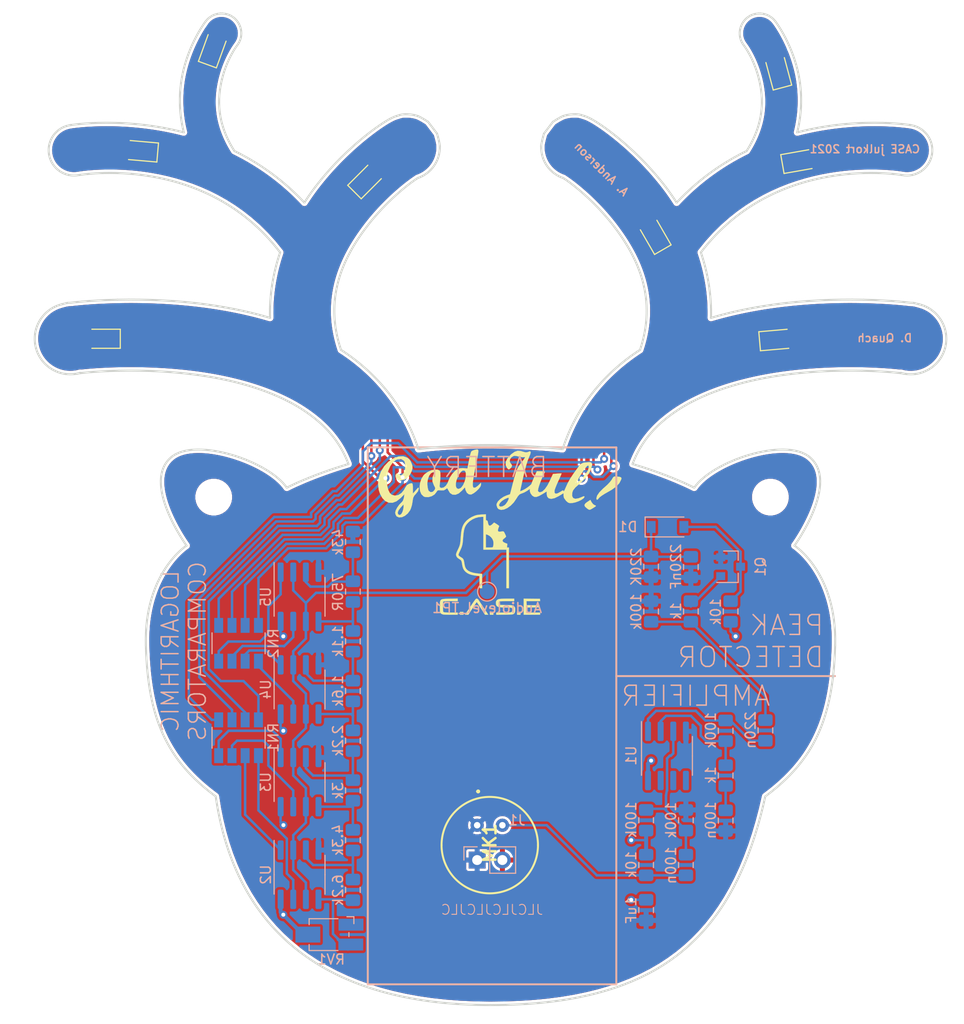
<source format=kicad_pcb>
(kicad_pcb (version 20171130) (host pcbnew "(5.1.6)-1")
  (layers (0 F.Cu signal) (31 B.Cu signal) (34 B.Paste user) (35 F.Paste user) (36 B.SilkS user) (37 F.SilkS user) (38 B.Mask user) (39 F.Mask user) (44 Edge.Cuts user))
  (net 0 "")
  (net 1 "Net-(C1-Pad2)")
  (net 2 "Net-(C1-Pad1)")
  (net 3 "Net-(C2-Pad1)")
  (net 4 GND)
  (net 5 "Net-(C3-Pad1)")
  (net 6 "Net-(C3-Pad2)")
  (net 7 AudioLevel)
  (net 8 "Net-(D1-Pad2)")
  (net 9 "Net-(D2-Pad1)")
  (net 10 "Net-(D3-Pad1)")
  (net 11 "Net-(D4-Pad1)")
  (net 12 "Net-(D5-Pad1)")
  (net 13 "Net-(D6-Pad1)")
  (net 14 "Net-(D7-Pad1)")
  (net 15 "Net-(D8-Pad1)")
  (net 16 "Net-(D9-Pad1)")
  (net 17 VCC)
  (net 18 "Net-(Q1-Pad1)")
  (net 19 "Net-(R4-Pad1)")
  (net 20 "Net-(R11-Pad2)")
  (net 21 "Net-(R12-Pad2)")
  (net 22 "Net-(R13-Pad2)")
  (net 23 "Net-(R14-Pad2)")
  (net 24 "Net-(R15-Pad2)")
  (net 25 "Net-(R16-Pad2)")
  (net 26 "Net-(R17-Pad2)")
  (net 27 "Net-(R11-Pad1)")
  (net 28 "Net-(RV1-Pad1)")
  (net 29 "Net-(RN1-Pad3)")
  (net 30 "Net-(RN1-Pad2)")
  (net 31 "Net-(RN1-Pad4)")
  (net 32 "Net-(RN1-Pad1)")
  (net 33 "Net-(RN2-Pad1)")
  (net 34 "Net-(RN2-Pad4)")
  (net 35 "Net-(RN2-Pad2)")
  (net 36 "Net-(RN2-Pad3)")
  (module MountingHole:MountingHole_3.2mm_M3 (layer F.Cu) (at 122.5 80)
    (fp_text reference REF**)
    (fp_text value MountingHole_3.2mm_M3)
    (pad 1 np_thru_hole circle (at 0 0) (size 3.2 3.2) (drill 3.2) (layers *.Cu *.Mask))
  )
  (module MountingHole:MountingHole_3.2mm_M3 (layer F.Cu) (at 178.5 80)
    (fp_text reference REF**)
    (fp_text value MountingHole_3.2mm_M3)
    (pad 1 np_thru_hole circle (at 0 0) (size 3.2 3.2) (drill 3.2) (layers *.Cu *.Mask))
  )
  (module print:godjul (layer F.Cu) (at 151 78.75)
    (fp_text reference G*** hide)
    (fp_text value LOGO hide)
  )
  (module logo:case_head_17x10mm (layer F.Cu) (at 149.5 86.75)
    (fp_text reference G*** hide)
    (fp_text value LOGO hide)
  )
  (module opamp_vu_meter:R_Array_Convex_4x1206_long (layer B.Cu) (at 125 104.2 90)
    (fp_text reference RN1 (at 0 3.5 270) (layer B.SilkS) (effects (justify mirror)))
    (fp_text value R_Pack04)
    (pad 1 smd rect (at -1.8 2 90) (size 1.5 0.9) (layers B.Cu B.Paste B.Mask) (net 32 "Net-(RN1-Pad1)"))
    (pad 4 smd rect (at -1.8 -2 90) (size 1.5 0.9) (layers B.Cu B.Paste B.Mask) (net 31 "Net-(RN1-Pad4)"))
    (pad 2 smd rect (at -1.8 0.66 90) (size 1.5 0.9) (layers B.Cu B.Paste B.Mask) (net 30 "Net-(RN1-Pad2)"))
    (pad 3 smd rect (at -1.8 -0.66 90) (size 1.5 0.9) (layers B.Cu B.Paste B.Mask) (net 29 "Net-(RN1-Pad3)"))
    (pad 7 smd rect (at 1.8 0.66 90) (size 1.5 0.9) (layers B.Cu B.Paste B.Mask) (net 10 "Net-(D3-Pad1)"))
    (pad 8 smd rect (at 1.8 2 90) (size 1.5 0.9) (layers B.Cu B.Paste B.Mask) (net 9 "Net-(D2-Pad1)"))
    (pad 5 smd rect (at 1.8 -2 90) (size 1.5 0.9) (layers B.Cu B.Paste B.Mask) (net 12 "Net-(D5-Pad1)"))
    (pad 6 smd rect (at 1.8 -0.66 90) (size 1.5 0.9) (layers B.Cu B.Paste B.Mask) (net 11 "Net-(D4-Pad1)"))
  )
  (module opamp_vu_meter:R_Array_Convex_4x1206_long (layer B.Cu) (at 125 94.7 90)
    (fp_text reference RN2 (at 0 3.5 270) (layer B.SilkS) (effects (justify mirror)))
    (fp_text value R_Pack04)
    (pad 1 smd rect (at -1.8 2 90) (size 1.5 0.9) (layers B.Cu B.Paste B.Mask) (net 33 "Net-(RN2-Pad1)"))
    (pad 4 smd rect (at -1.8 -2 90) (size 1.5 0.9) (layers B.Cu B.Paste B.Mask) (net 34 "Net-(RN2-Pad4)"))
    (pad 2 smd rect (at -1.8 0.66 90) (size 1.5 0.9) (layers B.Cu B.Paste B.Mask) (net 35 "Net-(RN2-Pad2)"))
    (pad 3 smd rect (at -1.8 -0.66 90) (size 1.5 0.9) (layers B.Cu B.Paste B.Mask) (net 36 "Net-(RN2-Pad3)"))
    (pad 7 smd rect (at 1.8 0.66 90) (size 1.5 0.9) (layers B.Cu B.Paste B.Mask) (net 14 "Net-(D7-Pad1)"))
    (pad 8 smd rect (at 1.8 2 90) (size 1.5 0.9) (layers B.Cu B.Paste B.Mask) (net 13 "Net-(D6-Pad1)"))
    (pad 5 smd rect (at 1.8 -2 90) (size 1.5 0.9) (layers B.Cu B.Paste B.Mask) (net 16 "Net-(D9-Pad1)"))
    (pad 6 smd rect (at 1.8 -0.66 90) (size 1.5 0.9) (layers B.Cu B.Paste B.Mask) (net 15 "Net-(D8-Pad1)"))
  )
  (module Potentiometer_SMD:Potentiometer_Bourns_TC33X_Vertical (layer B.Cu) (at 134 124 180)
    (fp_text reference RV1 (at -0.3 -2.5 180) (layer B.SilkS) (effects (justify mirror)))
    (fp_text value R_POT)
    (pad 2 smd rect (at 2.032 0 180) (size 2.5 1.6) (layers B.Cu B.Paste B.Mask) (net 17 VCC))
    (pad 3 smd rect (at -2.286 -1 180) (size 2.5 1.2) (layers B.Cu B.Paste B.Mask) (net 27 "Net-(R11-Pad1)"))
    (pad 1 smd rect (at -2.308 1 180) (size 2.5 1.2) (layers B.Cu B.Paste B.Mask) (net 28 "Net-(RV1-Pad1)"))
  )
  (module print:eyes (layer F.Cu) (at 150.5 101)
    (fp_text reference G*** hide)
    (fp_text value LOGO hide)
  )
  (module Connector_PinHeader_2.54mm:PinHeader_1x02_P2.54mm_Vertical (layer B.Cu) (at 149 116.5 270)
    (fp_text reference J1 (at -4 -4 180) (layer B.SilkS) (effects (justify mirror)))
    (fp_text value Conn_01x02)
    (pad 2 thru_hole oval (at 0 -2.54 270) (size 1.7 1.7) (drill 1) (layers *.Cu *.Mask) (net 17 VCC))
    (pad 1 thru_hole rect (at 0 0 270) (size 1.7 1.7) (drill 1) (layers *.Cu *.Mask) (net 4 GND))
  )
  (module opamp_vu_meter:C_0805_2012Metric_Pad1.18x1.45mm_HandSolder_silkVal (layer B.Cu) (at 166 121.5375 90)
    (fp_text reference C5 hide)
    (fp_text value 1uF (at -0.0375 -1.5 90) (layer B.SilkS) (effects (justify mirror)))
    (pad 2 smd roundrect (at 1.0375 0 90) (size 1.175 1.45) (layers B.Cu B.Paste B.Mask) (roundrect_rratio 0.2127659574468085) (net 17 VCC))
    (pad 1 smd roundrect (at -1.0375 0 90) (size 1.175 1.45) (layers B.Cu B.Paste B.Mask) (roundrect_rratio 0.2127659574468085) (net 4 GND))
  )
  (module opamp_vu_meter:C_0805_2012Metric_Pad1.18x1.45mm_HandSolder_silkVal (layer B.Cu) (at 170 117 90)
    (fp_text reference C1 hide)
    (fp_text value 100n (at -0.0375 -1.5 90) (layer B.SilkS) (effects (justify mirror)))
    (pad 2 smd roundrect (at 1.0375 0 90) (size 1.175 1.45) (layers B.Cu B.Paste B.Mask) (roundrect_rratio 0.2127659574468085) (net 1 "Net-(C1-Pad2)"))
    (pad 1 smd roundrect (at -1.0375 0 90) (size 1.175 1.45) (layers B.Cu B.Paste B.Mask) (roundrect_rratio 0.2127659574468085) (net 2 "Net-(C1-Pad1)"))
  )
  (module opamp_vu_meter:C_0805_2012Metric_Pad1.18x1.45mm_HandSolder_silkVal (layer B.Cu) (at 174 112.5375 270)
    (fp_text reference C2 hide)
    (fp_text value 100n (at -0.0375 1.5 90) (layer B.SilkS) (effects (justify mirror)))
    (pad 2 smd roundrect (at 1.0375 0 270) (size 1.175 1.45) (layers B.Cu B.Paste B.Mask) (roundrect_rratio 0.2127659574468085) (net 4 GND))
    (pad 1 smd roundrect (at -1.0375 0 270) (size 1.175 1.45) (layers B.Cu B.Paste B.Mask) (roundrect_rratio 0.2127659574468085) (net 3 "Net-(C2-Pad1)"))
  )
  (module opamp_vu_meter:C_0805_2012Metric_Pad1.18x1.45mm_HandSolder_silkVal (layer B.Cu) (at 178 103.4625 270)
    (fp_text reference C3 hide)
    (fp_text value 220n (at -0.0375 1.5 90) (layer B.SilkS) (effects (justify mirror)))
    (pad 2 smd roundrect (at 1.0375 0 270) (size 1.175 1.45) (layers B.Cu B.Paste B.Mask) (roundrect_rratio 0.2127659574468085) (net 6 "Net-(C3-Pad2)"))
    (pad 1 smd roundrect (at -1.0375 0 270) (size 1.175 1.45) (layers B.Cu B.Paste B.Mask) (roundrect_rratio 0.2127659574468085) (net 5 "Net-(C3-Pad1)"))
  )
  (module opamp_vu_meter:C_0805_2012Metric_Pad1.18x1.45mm_HandSolder_silkVal (layer B.Cu) (at 170.5 87.0375 270)
    (fp_text reference C4 hide)
    (fp_text value 220nF (at -0.0375 1.5 90) (layer B.SilkS) (effects (justify mirror)))
    (pad 2 smd roundrect (at 1.0375 0 270) (size 1.175 1.45) (layers B.Cu B.Paste B.Mask) (roundrect_rratio 0.2127659574468085) (net 4 GND))
    (pad 1 smd roundrect (at -1.0375 0 270) (size 1.175 1.45) (layers B.Cu B.Paste B.Mask) (roundrect_rratio 0.2127659574468085) (net 7 AudioLevel))
  )
  (module opamp_vu_meter:C_0805_2012Metric_Pad1.18x1.45mm_HandSolder_silkVal (layer B.Cu) (at 166 117 270)
    (fp_text reference R1 hide)
    (fp_text value 10k (at -0.0375 1.5 90) (layer B.SilkS) (effects (justify mirror)))
    (pad 2 smd roundrect (at 1.0375 0 270) (size 1.175 1.45) (layers B.Cu B.Paste B.Mask) (roundrect_rratio 0.2127659574468085) (net 2 "Net-(C1-Pad1)"))
    (pad 1 smd roundrect (at -1.0375 0 270) (size 1.175 1.45) (layers B.Cu B.Paste B.Mask) (roundrect_rratio 0.2127659574468085) (net 17 VCC))
  )
  (module opamp_vu_meter:C_0805_2012Metric_Pad1.18x1.45mm_HandSolder_silkVal (layer B.Cu) (at 166 112.5 270)
    (fp_text reference R3 hide)
    (fp_text value 100k (at -0.0375 1.5 90) (layer B.SilkS) (effects (justify mirror)))
    (pad 2 smd roundrect (at 1.0375 0 270) (size 1.175 1.45) (layers B.Cu B.Paste B.Mask) (roundrect_rratio 0.2127659574468085) (net 17 VCC))
    (pad 1 smd roundrect (at -1.0375 0 270) (size 1.175 1.45) (layers B.Cu B.Paste B.Mask) (roundrect_rratio 0.2127659574468085) (net 1 "Net-(C1-Pad2)"))
  )
  (module opamp_vu_meter:C_0805_2012Metric_Pad1.18x1.45mm_HandSolder_silkVal (layer B.Cu) (at 174 108 270)
    (fp_text reference R4 hide)
    (fp_text value 1k (at -0.0375 1.5 90) (layer B.SilkS) (effects (justify mirror)))
    (pad 2 smd roundrect (at 1.0375 0 270) (size 1.175 1.45) (layers B.Cu B.Paste B.Mask) (roundrect_rratio 0.2127659574468085) (net 3 "Net-(C2-Pad1)"))
    (pad 1 smd roundrect (at -1.0375 0 270) (size 1.175 1.45) (layers B.Cu B.Paste B.Mask) (roundrect_rratio 0.2127659574468085) (net 19 "Net-(R4-Pad1)"))
  )
  (module opamp_vu_meter:C_0805_2012Metric_Pad1.18x1.45mm_HandSolder_silkVal (layer B.Cu) (at 174 103.5 270)
    (fp_text reference R5 hide)
    (fp_text value 100k (at -0.0375 1.5 90) (layer B.SilkS) (effects (justify mirror)))
    (pad 2 smd roundrect (at 1.0375 0 270) (size 1.175 1.45) (layers B.Cu B.Paste B.Mask) (roundrect_rratio 0.2127659574468085) (net 19 "Net-(R4-Pad1)"))
    (pad 1 smd roundrect (at -1.0375 0 270) (size 1.175 1.45) (layers B.Cu B.Paste B.Mask) (roundrect_rratio 0.2127659574468085) (net 6 "Net-(C3-Pad2)"))
  )
  (module opamp_vu_meter:C_0805_2012Metric_Pad1.18x1.45mm_HandSolder_silkVal (layer B.Cu) (at 166.5 91.5 90)
    (fp_text reference R6 hide)
    (fp_text value 100k (at -0.0375 -1.5 90) (layer B.SilkS) (effects (justify mirror)))
    (pad 2 smd roundrect (at 1.0375 0 90) (size 1.175 1.45) (layers B.Cu B.Paste B.Mask) (roundrect_rratio 0.2127659574468085) (net 4 GND))
    (pad 1 smd roundrect (at -1.0375 0 90) (size 1.175 1.45) (layers B.Cu B.Paste B.Mask) (roundrect_rratio 0.2127659574468085) (net 5 "Net-(C3-Pad1)"))
  )
  (module opamp_vu_meter:C_0805_2012Metric_Pad1.18x1.45mm_HandSolder_silkVal (layer B.Cu) (at 170.5 91.5 270)
    (fp_text reference R7 hide)
    (fp_text value 1k (at -0.0375 1.5 90) (layer B.SilkS) (effects (justify mirror)))
    (pad 2 smd roundrect (at 1.0375 0 270) (size 1.175 1.45) (layers B.Cu B.Paste B.Mask) (roundrect_rratio 0.2127659574468085) (net 5 "Net-(C3-Pad1)"))
    (pad 1 smd roundrect (at -1.0375 0 270) (size 1.175 1.45) (layers B.Cu B.Paste B.Mask) (roundrect_rratio 0.2127659574468085) (net 18 "Net-(Q1-Pad1)"))
  )
  (module opamp_vu_meter:C_0805_2012Metric_Pad1.18x1.45mm_HandSolder_silkVal (layer B.Cu) (at 174.5 91.5 90)
    (fp_text reference R8 hide)
    (fp_text value 10k (at -0.0375 -1.5 90) (layer B.SilkS) (effects (justify mirror)))
    (pad 2 smd roundrect (at 1.0375 0 90) (size 1.175 1.45) (layers B.Cu B.Paste B.Mask) (roundrect_rratio 0.2127659574468085) (net 8 "Net-(D1-Pad2)"))
    (pad 1 smd roundrect (at -1.0375 0 90) (size 1.175 1.45) (layers B.Cu B.Paste B.Mask) (roundrect_rratio 0.2127659574468085) (net 17 VCC))
  )
  (module opamp_vu_meter:C_0805_2012Metric_Pad1.18x1.45mm_HandSolder_silkVal (layer B.Cu) (at 166.5 87 270)
    (fp_text reference R9 hide)
    (fp_text value 220K (at 0 1.5 90) (layer B.SilkS) (effects (justify mirror)))
    (pad 2 smd roundrect (at 1.0375 0 270) (size 1.175 1.45) (layers B.Cu B.Paste B.Mask) (roundrect_rratio 0.2127659574468085) (net 4 GND))
    (pad 1 smd roundrect (at -1.0375 0 270) (size 1.175 1.45) (layers B.Cu B.Paste B.Mask) (roundrect_rratio 0.2127659574468085) (net 7 AudioLevel))
  )
  (module opamp_vu_meter:C_0805_2012Metric_Pad1.18x1.45mm_HandSolder_silkVal (layer B.Cu) (at 136.5 119.5 90)
    (fp_text reference R11 hide)
    (fp_text value 6.2k (at -0.0375 -1.5 90) (layer B.SilkS) (effects (justify mirror)))
    (pad 2 smd roundrect (at 1.0375 0 90) (size 1.175 1.45) (layers B.Cu B.Paste B.Mask) (roundrect_rratio 0.2127659574468085) (net 20 "Net-(R11-Pad2)"))
    (pad 1 smd roundrect (at -1.0375 0 90) (size 1.175 1.45) (layers B.Cu B.Paste B.Mask) (roundrect_rratio 0.2127659574468085) (net 27 "Net-(R11-Pad1)"))
  )
  (module opamp_vu_meter:C_0805_2012Metric_Pad1.18x1.45mm_HandSolder_silkVal (layer B.Cu) (at 136.5 114.5 90)
    (fp_text reference R12 hide)
    (fp_text value 4.3k (at 0 -1.5 90) (layer B.SilkS) (effects (justify mirror)))
    (pad 2 smd roundrect (at 1.0375 0 90) (size 1.175 1.45) (layers B.Cu B.Paste B.Mask) (roundrect_rratio 0.2127659574468085) (net 21 "Net-(R12-Pad2)"))
    (pad 1 smd roundrect (at -1.0375 0 90) (size 1.175 1.45) (layers B.Cu B.Paste B.Mask) (roundrect_rratio 0.2127659574468085) (net 20 "Net-(R11-Pad2)"))
  )
  (module opamp_vu_meter:C_0805_2012Metric_Pad1.18x1.45mm_HandSolder_silkVal (layer B.Cu) (at 136.5 109.5 90)
    (fp_text reference R13 hide)
    (fp_text value 3k (at -0.0375 -1.5 90) (layer B.SilkS) (effects (justify mirror)))
    (pad 2 smd roundrect (at 1.0375 0 90) (size 1.175 1.45) (layers B.Cu B.Paste B.Mask) (roundrect_rratio 0.2127659574468085) (net 22 "Net-(R13-Pad2)"))
    (pad 1 smd roundrect (at -1.0375 0 90) (size 1.175 1.45) (layers B.Cu B.Paste B.Mask) (roundrect_rratio 0.2127659574468085) (net 21 "Net-(R12-Pad2)"))
  )
  (module opamp_vu_meter:C_0805_2012Metric_Pad1.18x1.45mm_HandSolder_silkVal (layer B.Cu) (at 136.5 104.5 90)
    (fp_text reference R14 hide)
    (fp_text value 2.2k (at 0 -1.5 90) (layer B.SilkS) (effects (justify mirror)))
    (pad 2 smd roundrect (at 1.0375 0 90) (size 1.175 1.45) (layers B.Cu B.Paste B.Mask) (roundrect_rratio 0.2127659574468085) (net 23 "Net-(R14-Pad2)"))
    (pad 1 smd roundrect (at -1.0375 0 90) (size 1.175 1.45) (layers B.Cu B.Paste B.Mask) (roundrect_rratio 0.2127659574468085) (net 22 "Net-(R13-Pad2)"))
  )
  (module opamp_vu_meter:C_0805_2012Metric_Pad1.18x1.45mm_HandSolder_silkVal (layer B.Cu) (at 136.5 99.5 90)
    (fp_text reference R15 hide)
    (fp_text value 1.6k (at 0 -1.5 90) (layer B.SilkS) (effects (justify mirror)))
    (pad 2 smd roundrect (at 1.0375 0 90) (size 1.175 1.45) (layers B.Cu B.Paste B.Mask) (roundrect_rratio 0.2127659574468085) (net 24 "Net-(R15-Pad2)"))
    (pad 1 smd roundrect (at -1.0375 0 90) (size 1.175 1.45) (layers B.Cu B.Paste B.Mask) (roundrect_rratio 0.2127659574468085) (net 23 "Net-(R14-Pad2)"))
  )
  (module opamp_vu_meter:C_0805_2012Metric_Pad1.18x1.45mm_HandSolder_silkVal (layer B.Cu) (at 136.5 94.5 90)
    (fp_text reference R16 hide)
    (fp_text value 1.1k (at 0 -1.5 90) (layer B.SilkS) (effects (justify mirror)))
    (pad 2 smd roundrect (at 1.0375 0 90) (size 1.175 1.45) (layers B.Cu B.Paste B.Mask) (roundrect_rratio 0.2127659574468085) (net 25 "Net-(R16-Pad2)"))
    (pad 1 smd roundrect (at -1.0375 0 90) (size 1.175 1.45) (layers B.Cu B.Paste B.Mask) (roundrect_rratio 0.2127659574468085) (net 24 "Net-(R15-Pad2)"))
  )
  (module opamp_vu_meter:C_0805_2012Metric_Pad1.18x1.45mm_HandSolder_silkVal (layer B.Cu) (at 136.5 89.5 90)
    (fp_text reference R17 hide)
    (fp_text value 750R (at -0.0375 -1.5 90) (layer B.SilkS) (effects (justify mirror)))
    (pad 2 smd roundrect (at 1.0375 0 90) (size 1.175 1.45) (layers B.Cu B.Paste B.Mask) (roundrect_rratio 0.2127659574468085) (net 26 "Net-(R17-Pad2)"))
    (pad 1 smd roundrect (at -1.0375 0 90) (size 1.175 1.45) (layers B.Cu B.Paste B.Mask) (roundrect_rratio 0.2127659574468085) (net 25 "Net-(R16-Pad2)"))
  )
  (module opamp_vu_meter:C_0805_2012Metric_Pad1.18x1.45mm_HandSolder_silkVal (layer B.Cu) (at 136.5 84.5 90)
    (fp_text reference R18 hide)
    (fp_text value 43k (at -0.0375 -1.5 90) (layer B.SilkS) (effects (justify mirror)))
    (pad 2 smd roundrect (at 1.0375 0 90) (size 1.175 1.45) (layers B.Cu B.Paste B.Mask) (roundrect_rratio 0.2127659574468085) (net 4 GND))
    (pad 1 smd roundrect (at -1.0375 0 90) (size 1.175 1.45) (layers B.Cu B.Paste B.Mask) (roundrect_rratio 0.2127659574468085) (net 26 "Net-(R17-Pad2)"))
  )
  (module opamp_vu_meter:C_0805_2012Metric_Pad1.18x1.45mm_HandSolder_silkVal (layer B.Cu) (at 170 112.5 90)
    (fp_text reference R2 hide)
    (fp_text value 100k (at 0 -1.5 90) (layer B.SilkS) (effects (justify mirror)))
    (pad 2 smd roundrect (at 1.0375 0 90) (size 1.175 1.45) (layers B.Cu B.Paste B.Mask) (roundrect_rratio 0.2127659574468085) (net 4 GND))
    (pad 1 smd roundrect (at -1.0375 0 90) (size 1.175 1.45) (layers B.Cu B.Paste B.Mask) (roundrect_rratio 0.2127659574468085) (net 1 "Net-(C1-Pad2)"))
  )
  (module SamacSys_Parts:CMA4544PFW (layer F.Cu) (at 149 113 90)
    (fp_text reference MK1 (at -1.8 1.27 90) (layer F.SilkS) (effects (font (size 1.27 1.27) (thickness 0.254))))
    (fp_text value Mic hide)
    (pad 1 thru_hole circle (at 0 0 90) (size 1.333 1.333) (drill 0.65) (layers *.Cu *.Mask) (net 4 GND))
    (pad 2 thru_hole circle (at 0 2.54 90) (size 1.333 1.333) (drill 0.65) (layers *.Cu *.Mask) (net 2 "Net-(C1-Pad1)"))
  )
  (module Diode_SMD:D_SOD-123 (layer B.Cu) (at 168.15 83)
    (fp_text reference D1 (at -4 0) (layer B.SilkS) (effects (justify mirror)))
    (fp_text value 1N4148)
    (pad 1 smd rect (at -1.65 0) (size 0.9 1.2) (layers B.Cu B.Paste B.Mask) (net 7 AudioLevel))
    (pad 2 smd rect (at 1.65 0) (size 0.9 1.2) (layers B.Cu B.Paste B.Mask) (net 8 "Net-(D1-Pad2)"))
  )
  (module LED_SMD:LED_0805_2012Metric_Pad1.15x1.40mm_HandSolder (layer F.Cu) (at 179.23471 37.009926 105)
    (fp_text reference D2)
    (fp_text value LED_Small)
    (pad 1 smd roundrect (at -1.025 0 105) (size 1.15 1.4) (layers F.Cu F.Paste F.Mask) (roundrect_rratio 0.2173904347826087) (net 9 "Net-(D2-Pad1)"))
    (pad 2 smd roundrect (at 1.025 0 105) (size 1.15 1.4) (layers F.Cu F.Paste F.Mask) (roundrect_rratio 0.2173904347826087) (net 17 VCC))
  )
  (module LED_SMD:LED_0805_2012Metric_Pad1.15x1.40mm_HandSolder (layer F.Cu) (at 122.5 34.75 70)
    (fp_text reference D3)
    (fp_text value LED_Small)
    (pad 2 smd roundrect (at 1.025 0 70) (size 1.15 1.4) (layers F.Cu F.Paste F.Mask) (roundrect_rratio 0.2173904347826087) (net 17 VCC))
    (pad 1 smd roundrect (at -1.025 0 70) (size 1.15 1.4) (layers F.Cu F.Paste F.Mask) (roundrect_rratio 0.2173904347826087) (net 10 "Net-(D3-Pad1)"))
  )
  (module LED_SMD:LED_0805_2012Metric_Pad1.15x1.40mm_HandSolder (layer F.Cu) (at 115.009428 45.177989 175)
    (fp_text reference D4)
    (fp_text value LED_Small)
    (pad 1 smd roundrect (at -1.025 0 175) (size 1.15 1.4) (layers F.Cu F.Paste F.Mask) (roundrect_rratio 0.2173904347826087) (net 11 "Net-(D4-Pad1)"))
    (pad 2 smd roundrect (at 1.025 0 175) (size 1.15 1.4) (layers F.Cu F.Paste F.Mask) (roundrect_rratio 0.2173904347826087) (net 17 VCC))
  )
  (module LED_SMD:LED_0805_2012Metric_Pad1.15x1.40mm_HandSolder (layer F.Cu) (at 181.540572 46.177989 10)
    (fp_text reference D5)
    (fp_text value LED_Small)
    (pad 2 smd roundrect (at 1.025 0 10) (size 1.15 1.4) (layers F.Cu F.Paste F.Mask) (roundrect_rratio 0.2173904347826087) (net 17 VCC))
    (pad 1 smd roundrect (at -1.025 0 10) (size 1.15 1.4) (layers F.Cu F.Paste F.Mask) (roundrect_rratio 0.2173904347826087) (net 12 "Net-(D5-Pad1)"))
  )
  (module LED_SMD:LED_0805_2012Metric_Pad1.15x1.40mm_HandSolder (layer F.Cu) (at 137.974784 48 45)
    (fp_text reference D6)
    (fp_text value LED_Small)
    (pad 2 smd roundrect (at 1.025 0 45) (size 1.15 1.4) (layers F.Cu F.Paste F.Mask) (roundrect_rratio 0.2173904347826087) (net 17 VCC))
    (pad 1 smd roundrect (at -1.025 0 45) (size 1.15 1.4) (layers F.Cu F.Paste F.Mask) (roundrect_rratio 0.2173904347826087) (net 13 "Net-(D6-Pad1)"))
  )
  (module LED_SMD:LED_0805_2012Metric_Pad1.15x1.40mm_HandSolder (layer F.Cu) (at 166.75 53.5 120)
    (fp_text reference D7)
    (fp_text value LED_Small)
    (pad 1 smd roundrect (at -1.025 0 120) (size 1.15 1.4) (layers F.Cu F.Paste F.Mask) (roundrect_rratio 0.2173904347826087) (net 14 "Net-(D7-Pad1)"))
    (pad 2 smd roundrect (at 1.025 0 120) (size 1.15 1.4) (layers F.Cu F.Paste F.Mask) (roundrect_rratio 0.2173904347826087) (net 17 VCC))
  )
  (module LED_SMD:LED_0805_2012Metric_Pad1.15x1.40mm_HandSolder (layer F.Cu) (at 111.240572 64.072011 180)
    (fp_text reference D8)
    (fp_text value LED_Small)
    (pad 2 smd roundrect (at 1.025 0 180) (size 1.15 1.4) (layers F.Cu F.Paste F.Mask) (roundrect_rratio 0.2173904347826087) (net 17 VCC))
    (pad 1 smd roundrect (at -1.025 0 180) (size 1.15 1.4) (layers F.Cu F.Paste F.Mask) (roundrect_rratio 0.2173904347826087) (net 15 "Net-(D8-Pad1)"))
  )
  (module LED_SMD:LED_0805_2012Metric_Pad1.15x1.40mm_HandSolder (layer F.Cu) (at 179.2711 64.160665 5)
    (fp_text reference D9)
    (fp_text value LED_Small)
    (pad 1 smd roundrect (at -1.025 0 5) (size 1.15 1.4) (layers F.Cu F.Paste F.Mask) (roundrect_rratio 0.2173904347826087) (net 16 "Net-(D9-Pad1)"))
    (pad 2 smd roundrect (at 1.025 0 5) (size 1.15 1.4) (layers F.Cu F.Paste F.Mask) (roundrect_rratio 0.2173904347826087) (net 17 VCC))
  )
  (module Package_TO_SOT_SMD:SOT-23 (layer B.Cu) (at 174.5 87)
    (fp_text reference Q1 (at 3 0 270) (layer B.SilkS) (effects (justify mirror)))
    (fp_text value Q_PNP_BCE)
    (pad 1 smd rect (at -1 0.95) (size 0.9 0.8) (layers B.Cu B.Paste B.Mask) (net 18 "Net-(Q1-Pad1)"))
    (pad 2 smd rect (at -1 -0.95) (size 0.9 0.8) (layers B.Cu B.Paste B.Mask) (net 4 GND))
    (pad 3 smd rect (at 1 0) (size 0.9 0.8) (layers B.Cu B.Paste B.Mask) (net 8 "Net-(D1-Pad2)"))
  )
  (module Package_SO:SOIC-8_3.9x4.9mm_P1.27mm (layer B.Cu) (at 168.095 106.025 270)
    (fp_text reference U1 (at -0.025 3.595 90) (layer B.SilkS) (effects (justify mirror)))
    (fp_text value TLC272)
    (pad 1 smd roundrect (at -2.475 1.905 270) (size 1.95 0.6) (layers B.Cu B.Paste B.Mask) (net 6 "Net-(C3-Pad2)"))
    (pad 2 smd roundrect (at -2.475 0.635 270) (size 1.95 0.6) (layers B.Cu B.Paste B.Mask) (net 19 "Net-(R4-Pad1)"))
    (pad 3 smd roundrect (at -2.475 -0.635 270) (size 1.95 0.6) (layers B.Cu B.Paste B.Mask) (net 1 "Net-(C1-Pad2)"))
    (pad 4 smd roundrect (at -2.475 -1.905 270) (size 1.95 0.6) (layers B.Cu B.Paste B.Mask) (net 4 GND))
    (pad 5 smd roundrect (at 2.475 -1.905 270) (size 1.95 0.6) (layers B.Cu B.Paste B.Mask))
    (pad 6 smd roundrect (at 2.475 -0.635 270) (size 1.95 0.6) (layers B.Cu B.Paste B.Mask))
    (pad 7 smd roundrect (at 2.475 0.635 270) (size 1.95 0.6) (layers B.Cu B.Paste B.Mask))
    (pad 8 smd roundrect (at 2.475 1.905 270) (size 1.95 0.6) (layers B.Cu B.Paste B.Mask) (net 17 VCC))
  )
  (module Package_SO:SOIC-8_3.9x4.9mm_P1.27mm (layer B.Cu) (at 131.135 117.975 270)
    (fp_text reference U2 (at 0 3.4 90) (layer B.SilkS) (effects (justify mirror)))
    (fp_text value TLC272)
    (pad 8 smd roundrect (at 2.475 1.905 270) (size 1.95 0.6) (layers B.Cu B.Paste B.Mask) (net 17 VCC))
    (pad 7 smd roundrect (at 2.475 0.635 270) (size 1.95 0.6) (layers B.Cu B.Paste B.Mask) (net 32 "Net-(RN1-Pad1)"))
    (pad 6 smd roundrect (at 2.475 -0.635 270) (size 1.95 0.6) (layers B.Cu B.Paste B.Mask) (net 7 AudioLevel))
    (pad 5 smd roundrect (at 2.475 -1.905 270) (size 1.95 0.6) (layers B.Cu B.Paste B.Mask) (net 27 "Net-(R11-Pad1)"))
    (pad 4 smd roundrect (at -2.475 -1.905 270) (size 1.95 0.6) (layers B.Cu B.Paste B.Mask) (net 4 GND))
    (pad 3 smd roundrect (at -2.475 -0.635 270) (size 1.95 0.6) (layers B.Cu B.Paste B.Mask) (net 20 "Net-(R11-Pad2)"))
    (pad 2 smd roundrect (at -2.475 0.635 270) (size 1.95 0.6) (layers B.Cu B.Paste B.Mask) (net 7 AudioLevel))
    (pad 1 smd roundrect (at -2.475 1.905 270) (size 1.95 0.6) (layers B.Cu B.Paste B.Mask) (net 30 "Net-(RN1-Pad2)"))
  )
  (module Package_SO:SOIC-8_3.9x4.9mm_P1.27mm (layer B.Cu) (at 131.135 108.658334 270)
    (fp_text reference U3 (at 0 3.4 90) (layer B.SilkS) (effects (justify mirror)))
    (fp_text value TLC272)
    (pad 1 smd roundrect (at -2.475 1.905 270) (size 1.95 0.6) (layers B.Cu B.Paste B.Mask) (net 31 "Net-(RN1-Pad4)"))
    (pad 2 smd roundrect (at -2.475 0.635 270) (size 1.95 0.6) (layers B.Cu B.Paste B.Mask) (net 7 AudioLevel))
    (pad 3 smd roundrect (at -2.475 -0.635 270) (size 1.95 0.6) (layers B.Cu B.Paste B.Mask) (net 22 "Net-(R13-Pad2)"))
    (pad 4 smd roundrect (at -2.475 -1.905 270) (size 1.95 0.6) (layers B.Cu B.Paste B.Mask) (net 4 GND))
    (pad 5 smd roundrect (at 2.475 -1.905 270) (size 1.95 0.6) (layers B.Cu B.Paste B.Mask) (net 21 "Net-(R12-Pad2)"))
    (pad 6 smd roundrect (at 2.475 -0.635 270) (size 1.95 0.6) (layers B.Cu B.Paste B.Mask) (net 7 AudioLevel))
    (pad 7 smd roundrect (at 2.475 0.635 270) (size 1.95 0.6) (layers B.Cu B.Paste B.Mask) (net 29 "Net-(RN1-Pad3)"))
    (pad 8 smd roundrect (at 2.475 1.905 270) (size 1.95 0.6) (layers B.Cu B.Paste B.Mask) (net 17 VCC))
  )
  (module Package_SO:SOIC-8_3.9x4.9mm_P1.27mm (layer B.Cu) (at 131.135 99.341668 270)
    (fp_text reference U4 (at 0 3.4 90) (layer B.SilkS) (effects (justify mirror)))
    (fp_text value TLC272)
    (pad 1 smd roundrect (at -2.475 1.905 270) (size 1.95 0.6) (layers B.Cu B.Paste B.Mask) (net 35 "Net-(RN2-Pad2)"))
    (pad 2 smd roundrect (at -2.475 0.635 270) (size 1.95 0.6) (layers B.Cu B.Paste B.Mask) (net 7 AudioLevel))
    (pad 3 smd roundrect (at -2.475 -0.635 270) (size 1.95 0.6) (layers B.Cu B.Paste B.Mask) (net 24 "Net-(R15-Pad2)"))
    (pad 4 smd roundrect (at -2.475 -1.905 270) (size 1.95 0.6) (layers B.Cu B.Paste B.Mask) (net 4 GND))
    (pad 5 smd roundrect (at 2.475 -1.905 270) (size 1.95 0.6) (layers B.Cu B.Paste B.Mask) (net 23 "Net-(R14-Pad2)"))
    (pad 6 smd roundrect (at 2.475 -0.635 270) (size 1.95 0.6) (layers B.Cu B.Paste B.Mask) (net 7 AudioLevel))
    (pad 7 smd roundrect (at 2.475 0.635 270) (size 1.95 0.6) (layers B.Cu B.Paste B.Mask) (net 33 "Net-(RN2-Pad1)"))
    (pad 8 smd roundrect (at 2.475 1.905 270) (size 1.95 0.6) (layers B.Cu B.Paste B.Mask) (net 17 VCC))
  )
  (module Package_SO:SOIC-8_3.9x4.9mm_P1.27mm (layer B.Cu) (at 131.135 90.025 270)
    (fp_text reference U5 (at 0 3.4 90) (layer B.SilkS) (effects (justify mirror)))
    (fp_text value TLC272)
    (pad 8 smd roundrect (at 2.475 1.905 270) (size 1.95 0.6) (layers B.Cu B.Paste B.Mask) (net 17 VCC))
    (pad 7 smd roundrect (at 2.475 0.635 270) (size 1.95 0.6) (layers B.Cu B.Paste B.Mask) (net 36 "Net-(RN2-Pad3)"))
    (pad 6 smd roundrect (at 2.475 -0.635 270) (size 1.95 0.6) (layers B.Cu B.Paste B.Mask) (net 7 AudioLevel))
    (pad 5 smd roundrect (at 2.475 -1.905 270) (size 1.95 0.6) (layers B.Cu B.Paste B.Mask) (net 25 "Net-(R16-Pad2)"))
    (pad 4 smd roundrect (at -2.475 -1.905 270) (size 1.95 0.6) (layers B.Cu B.Paste B.Mask) (net 4 GND))
    (pad 3 smd roundrect (at -2.475 -0.635 270) (size 1.95 0.6) (layers B.Cu B.Paste B.Mask) (net 26 "Net-(R17-Pad2)"))
    (pad 2 smd roundrect (at -2.475 0.635 270) (size 1.95 0.6) (layers B.Cu B.Paste B.Mask) (net 7 AudioLevel))
    (pad 1 smd roundrect (at -2.475 1.905 270) (size 1.95 0.6) (layers B.Cu B.Paste B.Mask) (net 34 "Net-(RN2-Pad4)"))
  )
  (module TestPoint:TestPoint_Pad_D1.5mm (layer B.Cu) (at 150 89.5)
    (fp_text reference Audiolevel_TP1 (at 0 1.648) (layer B.SilkS) (effects (justify mirror)))
    (fp_text value TestPoint)
    (pad 1 smd circle (at 0 0) (size 1.5 1.5) (layers B.Cu B.Mask) (net 7 AudioLevel))
  )
  (gr_text "CASE julkort 2021" (at 188 45) (layer B.SilkS) (effects (font (size 0.8 0.8)) (justify mirror)))
  (gr_text "A. Anderson\n" (at 161.5 47 -45) (layer B.SilkS) (effects (font (size 0.8 0.8)) (justify mirror)))
  (gr_text JLCJLCJLCJLC (at 150.5 121.5) (layer B.SilkS) (effects (font (size 1 1) (thickness 0.1)) (justify mirror)))
  (gr_text "LOGARITHMIC\nCOMPARATORS" (at 119.5 95.5 90) (layer B.SilkS) (effects (font (size 1.7 1.7)) (justify mirror)))
  (gr_line (start 163 75) (end 138 75) (layer B.SilkS) (width 0.2))
  (gr_text BATTERY (at 150 77) (layer B.SilkS) (effects (font (size 2 2)) (justify mirror)))
  (gr_text "PEAK\nDETECTOR" (at 184 94.5) (layer B.SilkS) (effects (font (size 2 2)) (justify left mirror)))
  (gr_text AMPLIFIER (at 171 100) (layer B.SilkS) (effects (font (size 2 2)) (justify mirror)))
  (gr_line (start 163 98) (end 185 98) (layer B.SilkS) (width 0.2))
  (gr_line (start 163 129) (end 163 75) (layer B.SilkS) (width 0.2))
  (gr_line (start 138 129) (end 163 129) (layer B.SilkS) (width 0.2))
  (gr_line (start 138 75) (end 138 129) (layer B.SilkS) (width 0.2))
  (gr_curve (pts (xy 181.198481 43.311349) (xy 181.785176 40.973779) (xy 181.657854 38.787759) (xy 181.231131 37.036099)) (layer Edge.Cuts) (width 0.2))
  (gr_curve (pts (xy 172.525971 61.969309) (xy 172.589241 59.622459) (xy 172.19182 57.407549) (xy 171.509175 55.384889)) (layer Edge.Cuts) (width 0.2))
  (gr_curve (pts (xy 187.865832 60.143779) (xy 187.503103 60.135779) (xy 187.125927 60.130879) (xy 186.735828 60.129579)) (layer Edge.Cuts) (width 0.2))
  (gr_curve (pts (xy 193.496383 60.610179) (xy 192.633072 60.373509) (xy 192.846604 60.480649) (xy 192.55278 60.444509)) (layer Edge.Cuts) (width 0.2))
  (gr_curve (pts (xy 190.817225 67.449949) (xy 191.192523 67.482549) (xy 191.488849 67.514249) (xy 191.677632 67.537549)) (layer Edge.Cuts) (width 0.2))
  (gr_curve (pts (xy 171.509175 55.384889) (xy 179.149947 45.368199) (xy 191.737658 47.610739) (xy 191.737658 47.610739)) (layer Edge.Cuts) (width 0.2))
  (gr_curve (pts (xy 112.975792 67.288499) (xy 115.539296 67.233299) (xy 118.948224 67.346799) (xy 122.340206 67.940609)) (layer Edge.Cuts) (width 0.2))
  (gr_curve (pts (xy 181.231131 37.036099) (xy 180.517034 34.104829) (xy 179.000605 32.148969) (xy 179.000605 32.148969)) (layer Edge.Cuts) (width 0.2))
  (gr_curve (pts (xy 192.60807 42.581679) (xy 192.60807 42.581679) (xy 191.555176 42.405099) (xy 189.830971 42.356399)) (layer Edge.Cuts) (width 0.2))
  (gr_curve (pts (xy 191.737658 47.610739) (xy 193.147387 47.891669) (xy 194.511764 46.956809) (xy 194.756602 45.542189)) (layer Edge.Cuts) (width 0.2))
  (gr_curve (pts (xy 177.113396 60.901449) (xy 175.602928 61.165869) (xy 174.060046 61.510849) (xy 172.525971 61.969309)) (layer Edge.Cuts) (width 0.2))
  (gr_curve (pts (xy 186.735828 60.129579) (xy 184.005128 60.119379) (xy 180.638194 60.284389) (xy 177.113396 60.901449)) (layer Edge.Cuts) (width 0.2))
  (gr_curve (pts (xy 177.989073 110.099869) (xy 182.953078 106.440989) (xy 184.821301 102.181499) (xy 185.017648 94.892929)) (layer Edge.Cuts) (width 0.2))
  (gr_curve (pts (xy 169.092773 71.302469) (xy 171.606064 69.625519) (xy 174.955681 68.534419) (xy 178.347663 67.940609)) (layer Edge.Cuts) (width 0.2))
  (gr_curve (pts (xy 196.072696 65.020649) (xy 196.603065 63.089289) (xy 195.440905 61.099739) (xy 193.496383 60.610179)) (layer Edge.Cuts) (width 0.2))
  (gr_curve (pts (xy 187.712076 67.288499) (xy 188.993829 67.316199) (xy 190.066627 67.384599) (xy 190.817225 67.449949)) (layer Edge.Cuts) (width 0.2))
  (gr_curve (pts (xy 119.763202 84.875969) (xy 119.763202 84.875969) (xy 115.473871 87.604369) (xy 115.67022 94.892929)) (layer Edge.Cuts) (width 0.2))
  (gr_curve (pts (xy 182.434326 75.963259) (xy 179.970086 73.940079) (xy 172.680552 76.358219) (xy 170.838332 79.048129)) (layer Edge.Cuts) (width 0.2))
  (gr_curve (pts (xy 109.083957 67.501649) (xy 108.310164 67.713809) (xy 108.82146 67.560649) (xy 109.010238 67.537549)) (layer Edge.Cuts) (width 0.2))
  (gr_curve (pts (xy 115.67022 94.892929) (xy 115.866568 102.181499) (xy 117.73479 106.440989) (xy 122.698796 110.099869)) (layer Edge.Cuts) (width 0.2))
  (gr_curve (pts (xy 131.595095 71.302469) (xy 133.646606 72.671299) (xy 135.166946 74.317549) (xy 136.054566 76.669719)) (layer Edge.Cuts) (width 0.2))
  (gr_curve (pts (xy 178.347663 67.940609) (xy 181.739645 67.346859) (xy 185.148572 67.233269) (xy 187.712076 67.288499)) (layer Edge.Cuts) (width 0.2))
  (gr_curve (pts (xy 169.069081 50.375939) (xy 168.713739 49.825569) (xy 168.347953 49.298529) (xy 167.972774 48.807389)) (layer Edge.Cuts) (width 0.2))
  (gr_curve (pts (xy 122.340206 67.940609) (xy 125.732187 68.534419) (xy 129.081806 69.625519) (xy 131.595095 71.302469)) (layer Edge.Cuts) (width 0.2))
  (gr_curve (pts (xy 104.618303 65.01999) (xy 105.148454 66.95001) (xy 107.16218 68.069079) (xy 109.083957 67.501649)) (layer Edge.Cuts) (width 0.2))
  (gr_curve (pts (xy 189.830971 42.356399) (xy 187.724192 42.296899) (xy 184.614593 42.429599) (xy 181.198481 43.311349)) (layer Edge.Cuts) (width 0.2))
  (gr_curve (pts (xy 155.724368 43.433279) (xy 155.723829 43.434279) (xy 155.447909 44.338389) (xy 155.440552 44.703739)) (layer Edge.Cuts) (width 0.2))
  (gr_curve (pts (xy 185.017648 94.892929) (xy 185.213996 87.604369) (xy 180.924666 84.875969) (xy 180.924666 84.875969)) (layer Edge.Cuts) (width 0.2))
  (gr_curve (pts (xy 129.849535 79.048129) (xy 128.007318 76.358219) (xy 120.717782 73.940079) (xy 118.253543 75.963259)) (layer Edge.Cuts) (width 0.2))
  (gr_curve (pts (xy 109.010238 67.537549) (xy 109.19902 67.514249) (xy 109.495345 67.482549) (xy 109.870644 67.449949)) (layer Edge.Cuts) (width 0.2))
  (gr_curve (pts (xy 156.620581 42.253049) (xy 156.619772 42.253809) (xy 155.72491 43.432259) (xy 155.724368 43.433279)) (layer Edge.Cuts) (width 0.2))
  (gr_curve (pts (xy 157.653173 41.672699) (xy 157.347751 41.777659) (xy 156.621392 42.252289) (xy 156.620581 42.253049)) (layer Edge.Cuts) (width 0.2))
  (gr_curve (pts (xy 158.411951 41.509139) (xy 158.207499 41.528539) (xy 157.958596 41.567739) (xy 157.653173 41.672699)) (layer Edge.Cuts) (width 0.2))
  (gr_curve (pts (xy 159.662015 41.626789) (xy 159.456417 41.567389) (xy 159.229761 41.431539) (xy 158.411951 41.509139)) (layer Edge.Cuts) (width 0.2))
  (gr_curve (pts (xy 176.110822 45.181209) (xy 173.674585 46.372639) (xy 171.25309 48.044489) (xy 169.069081 50.375939)) (layer Edge.Cuts) (width 0.2))
  (gr_curve (pts (xy 192.55278 60.444509) (xy 192.258958 60.408309) (xy 191.889708 60.368209) (xy 191.438571 60.328969)) (layer Edge.Cuts) (width 0.2))
  (gr_curve (pts (xy 160.334965 41.893759) (xy 160.191589 41.822359) (xy 160.073212 41.745609) (xy 159.662015 41.626789)) (layer Edge.Cuts) (width 0.2))
  (gr_curve (pts (xy 161.091109 42.330609) (xy 160.833648 42.166399) (xy 160.621715 42.036579) (xy 160.334965 41.893759)) (layer Edge.Cuts) (width 0.2))
  (gr_curve (pts (xy 170.838332 79.048129) (xy 170.838332 79.048129) (xy 168.467841 77.806789) (xy 164.633302 76.669719)) (layer Edge.Cuts) (width 0.2))
  (gr_curve (pts (xy 177.518855 31.357049) (xy 177.452745 31.353049) (xy 177.386489 31.353049) (xy 177.32034 31.356049)) (layer Edge.Cuts) (width 0.2))
  (gr_curve (pts (xy 180.924666 84.875969) (xy 180.924666 84.875969) (xy 185.545381 78.517489) (xy 182.434326 75.963259)) (layer Edge.Cuts) (width 0.2))
  (gr_curve (pts (xy 122.698796 110.099869) (xy 124.613691 123.420919) (xy 133.613849 131.085039) (xy 150.322872 131.089279)) (layer Edge.Cuts) (width 0.2))
  (gr_curve (pts (xy 109.870644 67.449949) (xy 110.621241 67.384649) (xy 111.69404 67.316129) (xy 112.975792 67.288499)) (layer Edge.Cuts) (width 0.2))
  (gr_curve (pts (xy 162.962518 43.690749) (xy 162.233035 43.105389) (xy 161.60603 42.659049) (xy 161.091109 42.330609)) (layer Edge.Cuts) (width 0.2))
  (gr_curve (pts (xy 136.054566 76.669719) (xy 132.220029 77.806789) (xy 129.849535 79.048129) (xy 129.849535 79.048129)) (layer Edge.Cuts) (width 0.2))
  (gr_curve (pts (xy 167.972774 48.807389) (xy 166.263063 46.569249) (xy 164.421477 44.861479) (xy 162.962518 43.690749)) (layer Edge.Cuts) (width 0.2))
  (gr_curve (pts (xy 177.356674 37.977399) (xy 177.831899 39.928139) (xy 177.899405 42.370639) (xy 176.110822 45.181209)) (layer Edge.Cuts) (width 0.2))
  (gr_curve (pts (xy 191.677632 67.537549) (xy 191.866409 67.560649) (xy 192.377704 67.713829) (xy 191.603912 67.501649)) (layer Edge.Cuts) (width 0.2))
  (gr_curve (pts (xy 175.84754 34.585469) (xy 175.84754 34.585469) (xy 176.845735 35.880079) (xy 177.356674 37.977399)) (layer Edge.Cuts) (width 0.2))
  (gr_curve (pts (xy 179.000605 32.148969) (xy 178.647665 31.679849) (xy 178.10549 31.390079) (xy 177.518855 31.357049)) (layer Edge.Cuts) (width 0.2))
  (gr_curve (pts (xy 191.438571 60.328969) (xy 190.536293 60.250469) (xy 189.316756 60.175019) (xy 187.865832 60.143779)) (layer Edge.Cuts) (width 0.2))
  (gr_curve (pts (xy 191.603912 67.501649) (xy 193.526476 68.071179) (xy 195.542324 66.952009) (xy 196.072696 65.020649)) (layer Edge.Cuts) (width 0.2))
  (gr_curve (pts (xy 150.322872 131.089279) (xy 167.031896 131.093279) (xy 174.825677 124.501909) (xy 177.989073 110.099869)) (layer Edge.Cuts) (width 0.2))
  (gr_curve (pts (xy 177.32034 31.356049) (xy 175.692388 31.426949) (xy 174.832526 33.312429) (xy 175.84754 34.585469)) (layer Edge.Cuts) (width 0.2))
  (gr_curve (pts (xy 118.253543 75.963259) (xy 115.142488 78.517489) (xy 119.763202 84.875969) (xy 119.763202 84.875969)) (layer Edge.Cuts) (width 0.2))
  (gr_curve (pts (xy 194.756602 45.542189) (xy 195.001437 44.127589) (xy 194.030435 42.789609) (xy 192.60807 42.581679)) (layer Edge.Cuts) (width 0.2))
  (gr_curve (pts (xy 164.633302 76.669719) (xy 165.520921 74.317549) (xy 167.041262 72.671299) (xy 169.092773 71.302469)) (layer Edge.Cuts) (width 0.2))
  (gr_curve (pts (xy 144.066765 42.253049) (xy 144.065956 42.252289) (xy 143.34012 41.777659) (xy 143.034698 41.672699)) (layer Edge.Cuts) (width 0.2))
  (gr_curve (pts (xy 131.618264 50.375939) (xy 129.434258 48.044489) (xy 127.013286 46.372639) (xy 124.57705 45.181209)) (layer Edge.Cuts) (width 0.2))
  (gr_curve (pts (xy 141.025857 41.626789) (xy 140.614659 41.745609) (xy 140.496282 41.822339) (xy 140.352909 41.893759)) (layer Edge.Cuts) (width 0.2))
  (gr_curve (pts (xy 143.091567 75.171969) (xy 141.702333 70.851519) (xy 138.871089 67.562389) (xy 135.570655 65.360239)) (layer Edge.Cuts) (width 0.2))
  (gr_curve (pts (xy 141.822548 48.783659) (xy 142.335607 48.371949) (xy 142.739768 48.092709) (xy 143.012582 47.914169)) (layer Edge.Cuts) (width 0.2))
  (gr_curve (pts (xy 129.178692 55.384889) (xy 128.49605 57.407549) (xy 128.098631 59.622459) (xy 128.161899 61.969309)) (layer Edge.Cuts) (width 0.2))
  (gr_curve (pts (xy 105.929265 45.542219) (xy 106.174072 46.957529) (xy 107.539452 47.892609) (xy 108.949683 47.610739)) (layer Edge.Cuts) (width 0.2))
  (gr_curve (pts (xy 124.57705 45.181209) (xy 122.788468 42.370639) (xy 122.855448 39.928139) (xy 123.330673 37.977399)) (layer Edge.Cuts) (width 0.2))
  (gr_curve (pts (xy 143.012582 47.914169) (xy 144.387199 47.456309) (xy 145.296495 46.150019) (xy 145.247322 44.703739)) (layer Edge.Cuts) (width 0.2))
  (gr_curve (pts (xy 140.352909 41.893759) (xy 140.066159 42.036579) (xy 139.853697 42.166399) (xy 139.596236 42.330609)) (layer Edge.Cuts) (width 0.2))
  (gr_curve (pts (xy 142.27592 41.509139) (xy 141.45811 41.431539) (xy 141.231457 41.567339) (xy 141.025857 41.626789)) (layer Edge.Cuts) (width 0.2))
  (gr_curve (pts (xy 144.963503 43.433279) (xy 144.962964 43.432279) (xy 144.067671 42.253809) (xy 144.066765 42.253049)) (layer Edge.Cuts) (width 0.2))
  (gr_curve (pts (xy 108.949683 47.610739) (xy 108.949683 47.610739) (xy 121.537923 45.368199) (xy 129.178692 55.384889)) (layer Edge.Cuts) (width 0.2))
  (gr_curve (pts (xy 137.725355 43.690749) (xy 136.266395 44.861479) (xy 134.424808 46.569249) (xy 132.715096 48.807389)) (layer Edge.Cuts) (width 0.2))
  (gr_curve (pts (xy 119.488862 43.311349) (xy 116.07275 42.429689) (xy 112.963677 42.296899) (xy 110.856898 42.356399)) (layer Edge.Cuts) (width 0.2))
  (gr_curve (pts (xy 135.301054 65.187709) (xy 133.594028 60.096639) (xy 135.412186 56.050799) (xy 137.917023 52.771759)) (layer Edge.Cuts) (width 0.2))
  (gr_curve (pts (xy 132.715096 48.807389) (xy 132.339921 49.298529) (xy 131.973606 49.825569) (xy 131.618264 50.375939)) (layer Edge.Cuts) (width 0.2))
  (gr_curve (pts (xy 119.456742 37.036099) (xy 119.030014 38.787759) (xy 118.902166 40.973779) (xy 119.488862 43.311349)) (layer Edge.Cuts) (width 0.2))
  (gr_curve (pts (xy 123.168491 31.357049) (xy 122.582043 31.390249) (xy 122.040089 31.679979) (xy 121.687267 32.148969)) (layer Edge.Cuts) (width 0.2))
  (gr_curve (pts (xy 135.570655 65.360239) (xy 135.481655 65.30084) (xy 135.390666 65.24572) (xy 135.301054 65.187709)) (layer Edge.Cuts) (width 0.2))
  (gr_curve (pts (xy 145.247322 44.703739) (xy 145.239922 44.338389) (xy 144.963972 43.434329) (xy 144.963503 43.433279)) (layer Edge.Cuts) (width 0.2))
  (gr_curve (pts (xy 107.190959 60.610179) (xy 105.248255 61.101429) (xy 104.088152 63.089969) (xy 104.618303 65.01999)) (layer Edge.Cuts) (width 0.2))
  (gr_curve (pts (xy 108.135089 60.444509) (xy 107.841265 60.480709) (xy 108.05427 60.373509) (xy 107.190959 60.610179)) (layer Edge.Cuts) (width 0.2))
  (gr_curve (pts (xy 143.034698 41.672699) (xy 142.729278 41.567729) (xy 142.480372 41.528519) (xy 142.27592 41.509139)) (layer Edge.Cuts) (width 0.2))
  (gr_curve (pts (xy 109.249298 60.328969) (xy 108.79816 60.368169) (xy 108.428911 60.408369) (xy 108.135089 60.444509)) (layer Edge.Cuts) (width 0.2))
  (gr_curve (pts (xy 112.822035 60.143779) (xy 111.371111 60.175079) (xy 110.151575 60.250489) (xy 109.249298 60.328969)) (layer Edge.Cuts) (width 0.2))
  (gr_curve (pts (xy 113.952042 60.129579) (xy 113.561941 60.130579) (xy 113.184766 60.135579) (xy 112.822035 60.143779)) (layer Edge.Cuts) (width 0.2))
  (gr_curve (pts (xy 123.574472 60.901449) (xy 120.049674 60.284389) (xy 116.682742 60.119349) (xy 113.952042 60.129579)) (layer Edge.Cuts) (width 0.2))
  (gr_curve (pts (xy 124.840332 34.585469) (xy 125.855347 33.312429) (xy 124.995486 31.426989) (xy 123.367533 31.356049)) (layer Edge.Cuts) (width 0.2))
  (gr_curve (pts (xy 110.856898 42.356399) (xy 109.132693 42.405099) (xy 108.079799 42.581679) (xy 108.079799 42.581679)) (layer Edge.Cuts) (width 0.2))
  (gr_curve (pts (xy 137.917023 52.771759) (xy 139.21855 51.067959) (xy 140.705002 49.680409) (xy 141.822548 48.783659)) (layer Edge.Cuts) (width 0.2))
  (gr_curve (pts (xy 128.161899 61.969309) (xy 126.627824 61.510849) (xy 125.084941 61.165869) (xy 123.574472 60.901449)) (layer Edge.Cuts) (width 0.2))
  (gr_curve (pts (xy 123.330673 37.977399) (xy 123.841611 35.880079) (xy 124.840332 34.585469) (xy 124.840332 34.585469)) (layer Edge.Cuts) (width 0.2))
  (gr_curve (pts (xy 108.079799 42.581679) (xy 106.656606 42.788609) (xy 105.684458 44.126919) (xy 105.929265 45.542219)) (layer Edge.Cuts) (width 0.2))
  (gr_curve (pts (xy 121.687267 32.148969) (xy 121.687267 32.148969) (xy 120.170839 34.104829) (xy 119.456742 37.036099)) (layer Edge.Cuts) (width 0.2))
  (gr_curve (pts (xy 123.367533 31.356049) (xy 123.301213 31.353049) (xy 123.23478 31.353049) (xy 123.168491 31.357049)) (layer Edge.Cuts) (width 0.2))
  (gr_curve (pts (xy 139.596236 42.330609) (xy 139.081315 42.659049) (xy 138.454836 43.105389) (xy 137.725355 43.690749)) (layer Edge.Cuts) (width 0.2))
  (gr_line (start 143.091571 75.171969) (end 143.091571 75.171969) (layer Edge.Cuts) (width 0.2))
  (gr_curve (pts (xy 165.117219 65.360239) (xy 161.816785 67.562389) (xy 158.98554 70.851519) (xy 157.596304 75.171969)) (layer Edge.Cuts) (width 0.2))
  (gr_curve (pts (xy 162.770849 52.771759) (xy 165.275685 56.050799) (xy 167.093316 60.096639) (xy 165.386291 65.187709)) (layer Edge.Cuts) (width 0.2))
  (gr_curve (pts (xy 165.386291 65.187709) (xy 165.296682 65.245709) (xy 165.206214 65.300859) (xy 165.117219 65.360239)) (layer Edge.Cuts) (width 0.2))
  (gr_curve (pts (xy 157.675289 47.914169) (xy 157.948103 48.092709) (xy 158.352267 48.371949) (xy 158.865323 48.783659)) (layer Edge.Cuts) (width 0.2))
  (gr_curve (pts (xy 155.440552 44.703739) (xy 155.391382 46.150019) (xy 156.300675 47.456309) (xy 157.675289 47.914169)) (layer Edge.Cuts) (width 0.2))
  (gr_curve (pts (xy 157.596304 75.171969) (xy 152.81797 74.652569) (xy 147.701181 74.597889) (xy 143.091571 75.171969)) (layer Edge.Cuts) (width 0.2))
  (gr_curve (pts (xy 158.865323 48.783659) (xy 159.982872 49.680409) (xy 161.469324 51.067959) (xy 162.770849 52.771759)) (layer Edge.Cuts) (width 0.2))
  (gr_text "D. Quach" (at 190 64) (layer B.SilkS) (effects (font (size 0.8 0.8)) (justify mirror)))
  (segment (start 170 115.9625) (end 170 113.5375) (width 0.25) (layer B.Cu) (net 1))
  (segment (start 170 113.5375) (end 170 113.5) (width 0.25) (layer B.Cu) (net 1))
  (segment (start 170 113.5) (end 167.9625 111.4625) (width 0.25) (layer B.Cu) (net 1))
  (segment (start 167.9625 111.4625) (end 167.846376 111.346376) (width 0.25) (layer B.Cu) (net 1))
  (segment (start 167.846376 111.346376) (end 166.116124 111.346376) (width 0.25) (layer B.Cu) (net 1))
  (segment (start 166.116124 111.346376) (end 166 111.4625) (width 0.25) (layer B.Cu) (net 1))
  (segment (start 168.5 106) (end 168.73 105.77) (width 0.25) (layer B.Cu) (net 1))
  (segment (start 168.73 105.77) (end 168.73 103.55) (width 0.25) (layer B.Cu) (net 1))
  (segment (start 168.383242 106) (end 168.5 106) (width 0.25) (layer B.Cu) (net 1))
  (segment (start 168.10499 106.278252) (end 168.383242 106) (width 0.25) (layer B.Cu) (net 1))
  (segment (start 168.10499 109.521758) (end 168.10499 106.278252) (width 0.25) (layer B.Cu) (net 1))
  (segment (start 168 111.5) (end 168 110) (width 0.25) (layer B.Cu) (net 1))
  (segment (start 167.9625 111.4625) (end 168 111.5) (width 0.25) (layer B.Cu) (net 1))
  (segment (start 168 110) (end 168.08501 109.521758) (width 0.25) (layer B.Cu) (net 1))
  (segment (start 168.08501 109.501778) (end 168.10499 109.521758) (width 0.25) (layer B.Cu) (net 1))
  (segment (start 168.08501 109.521758) (end 168.08501 109.501778) (width 0.25) (layer B.Cu) (net 1))
  (segment (start 166 118.0375) (end 170 118.0375) (width 0.25) (layer B.Cu) (net 2))
  (segment (start 161.0375 118.0375) (end 166 118.0375) (width 0.25) (layer B.Cu) (net 2))
  (segment (start 151.54 113) (end 156 113) (width 0.25) (layer B.Cu) (net 2))
  (segment (start 156 113) (end 161.0375 118.0375) (width 0.25) (layer B.Cu) (net 2))
  (segment (start 174 111.5) (end 174 109.0375) (width 0.25) (layer B.Cu) (net 3))
  (segment (start 178 100.0375) (end 170.5 92.5375) (width 0.25) (layer B.Cu) (net 5))
  (segment (start 178 102.425) (end 178 100.0375) (width 0.25) (layer B.Cu) (net 5))
  (segment (start 170.5 92.5375) (end 166.5 92.5375) (width 0.25) (layer B.Cu) (net 5))
  (segment (start 173.5375 102.4625) (end 174 102.4625) (width 0.25) (layer B.Cu) (net 6))
  (segment (start 178 104.5) (end 176.5 104.5) (width 0.25) (layer B.Cu) (net 6))
  (segment (start 174.4625 102.4625) (end 174 102.4625) (width 0.25) (layer B.Cu) (net 6))
  (segment (start 176.5 104.5) (end 174.4625 102.4625) (width 0.25) (layer B.Cu) (net 6))
  (segment (start 166.19 103.55) (end 166.19 102.31) (width 0.25) (layer B.Cu) (net 6))
  (segment (start 166.19 102.31) (end 167 101.5) (width 0.25) (layer B.Cu) (net 6))
  (segment (start 167 101.5) (end 171 101.5) (width 0.25) (layer B.Cu) (net 6))
  (segment (start 171.9625 102.4625) (end 174 102.4625) (width 0.25) (layer B.Cu) (net 6))
  (segment (start 171 101.5) (end 171.9625 102.4625) (width 0.25) (layer B.Cu) (net 6))
  (segment (start 166.5375 86) (end 166.5 85.9625) (width 0.25) (layer B.Cu) (net 7))
  (segment (start 170.5 86) (end 166.5375 86) (width 0.25) (layer B.Cu) (net 7))
  (segment (start 166.5 85.9625) (end 166.5 83) (width 0.25) (layer B.Cu) (net 7))
  (segment (start 131.77 120.45) (end 131.77 118.77) (width 0.25) (layer B.Cu) (net 7))
  (segment (start 130.5 117.5) (end 130.5 115.5) (width 0.25) (layer B.Cu) (net 7))
  (segment (start 131.77 118.77) (end 130.5 117.5) (width 0.25) (layer B.Cu) (net 7))
  (segment (start 130.5 115.5) (end 130.5 114) (width 0.25) (layer B.Cu) (net 7))
  (segment (start 131.77 112.73) (end 131.77 111.133334) (width 0.25) (layer B.Cu) (net 7))
  (segment (start 130.5 114) (end 131.77 112.73) (width 0.25) (layer B.Cu) (net 7))
  (segment (start 131.77 111.133334) (end 131.77 109.27) (width 0.25) (layer B.Cu) (net 7))
  (segment (start 130.5 108) (end 130.5 106.183334) (width 0.25) (layer B.Cu) (net 7))
  (segment (start 131.77 109.27) (end 130.5 108) (width 0.25) (layer B.Cu) (net 7))
  (segment (start 130.5 89.3775) (end 130.5 87.55) (width 0.25) (layer B.Cu) (net 7))
  (segment (start 131.77 92.5) (end 131.77 90.6475) (width 0.25) (layer B.Cu) (net 7))
  (segment (start 131.77 90.6475) (end 130.5 89.3775) (width 0.25) (layer B.Cu) (net 7))
  (segment (start 130.5 96.866668) (end 130.5 95.5) (width 0.25) (layer B.Cu) (net 7))
  (segment (start 131.77 94.23) (end 131.77 92.5) (width 0.25) (layer B.Cu) (net 7))
  (segment (start 130.5 95.5) (end 131.77 94.23) (width 0.25) (layer B.Cu) (net 7))
  (segment (start 130.5 98.5) (end 130.5 96.866668) (width 0.25) (layer B.Cu) (net 7))
  (segment (start 131.77 101.816668) (end 131.77 99.77) (width 0.25) (layer B.Cu) (net 7))
  (segment (start 131.77 99.77) (end 130.5 98.5) (width 0.25) (layer B.Cu) (net 7))
  (segment (start 131.77 103.23) (end 131.77 101.816668) (width 0.25) (layer B.Cu) (net 7))
  (segment (start 130.5 106.183334) (end 130.5 104.5) (width 0.25) (layer B.Cu) (net 7))
  (segment (start 130.5 104.5) (end 131.77 103.23) (width 0.25) (layer B.Cu) (net 7))
  (segment (start 147.87501 89.62499) (end 132.79251 89.62499) (width 0.25) (layer B.Cu) (net 7))
  (segment (start 132.79251 89.62499) (end 131.77 90.6475) (width 0.25) (layer B.Cu) (net 7))
  (segment (start 166.5 85.9625) (end 151.5375 85.9625) (width 0.25) (layer B.Cu) (net 7))
  (segment (start 151.5375 85.9625) (end 150 87.5) (width 0.25) (layer B.Cu) (net 7))
  (segment (start 150 89.5) (end 150 87.5) (width 0.25) (layer B.Cu) (net 7))
  (segment (start 150 87.5) (end 147.87501 89.62499) (width 0.25) (layer B.Cu) (net 7))
  (segment (start 174.5 90.4625) (end 174.5375 90.4625) (width 0.25) (layer B.Cu) (net 8))
  (segment (start 175.5 89.5) (end 175.5 87) (width 0.25) (layer B.Cu) (net 8))
  (segment (start 174.5375 90.4625) (end 175.5 89.5) (width 0.25) (layer B.Cu) (net 8))
  (segment (start 175.5 87) (end 175.5 85.5) (width 0.25) (layer B.Cu) (net 8))
  (segment (start 173 83) (end 169.8 83) (width 0.25) (layer B.Cu) (net 8))
  (segment (start 175.5 85.5) (end 173 83) (width 0.25) (layer B.Cu) (net 8))
  (via (at 161.102667 77.22501) (size 0.8) (drill 0.4) (layers F.Cu B.Cu) (net 9))
  (segment (start 142.795836 76.950011) (end 160.827668 76.950011) (width 0.25) (layer B.Cu) (net 9))
  (segment (start 160.827668 76.950011) (end 161.102667 77.22501) (width 0.25) (layer B.Cu) (net 9))
  (segment (start 140.281883 75.874978) (end 141.720803 75.874978) (width 0.25) (layer B.Cu) (net 9))
  (segment (start 135.04122 80.749946) (end 135.406915 80.749946) (width 0.25) (layer B.Cu) (net 9))
  (segment (start 122 97.285002) (end 122 90.500001) (width 0.25) (layer B.Cu) (net 9))
  (segment (start 133.649946 82.759287) (end 133.649946 82.14122) (width 0.25) (layer B.Cu) (net 9))
  (segment (start 123.214998 98.5) (end 122 97.285002) (width 0.25) (layer B.Cu) (net 9))
  (segment (start 122 90.500001) (end 129.149968 83.350033) (width 0.25) (layer B.Cu) (net 9))
  (segment (start 141.720803 75.874978) (end 142.795836 76.950011) (width 0.25) (layer B.Cu) (net 9))
  (segment (start 127 100) (end 125.5 98.5) (width 0.25) (layer B.Cu) (net 9))
  (segment (start 127 102.4) (end 127 100) (width 0.25) (layer B.Cu) (net 9))
  (segment (start 125.5 98.5) (end 123.214998 98.5) (width 0.25) (layer B.Cu) (net 9))
  (segment (start 129.149968 83.350033) (end 133.0592 83.350033) (width 0.25) (layer B.Cu) (net 9))
  (segment (start 133.0592 83.350033) (end 133.649946 82.759287) (width 0.25) (layer B.Cu) (net 9))
  (segment (start 133.649946 82.14122) (end 135.04122 80.749946) (width 0.25) (layer B.Cu) (net 9))
  (segment (start 135.406915 80.749946) (end 140.281883 75.874978) (width 0.25) (layer B.Cu) (net 9))
  (segment (start 179.5 43.75) (end 179.5 38) (width 0.25) (layer F.Cu) (net 9))
  (segment (start 169 54.25) (end 179.5 43.75) (width 0.25) (layer F.Cu) (net 9))
  (segment (start 160.702668 76.825011) (end 160.702668 75.024512) (width 0.25) (layer F.Cu) (net 9))
  (segment (start 161.102667 77.22501) (end 160.702668 76.825011) (width 0.25) (layer F.Cu) (net 9))
  (segment (start 160.702668 75.024512) (end 169 66.72718) (width 0.25) (layer F.Cu) (net 9))
  (segment (start 169 66.72718) (end 169 54.25) (width 0.25) (layer F.Cu) (net 9))
  (via (at 139.207115 75.292885) (size 0.8) (drill 0.4) (layers F.Cu B.Cu) (net 10))
  (segment (start 135.220515 80.299935) (end 139.207115 76.313335) (width 0.25) (layer B.Cu) (net 10))
  (segment (start 133.199935 81.95482) (end 134.85482 80.299935) (width 0.25) (layer B.Cu) (net 10))
  (segment (start 128.963568 82.900022) (end 132.8728 82.900022) (width 0.25) (layer B.Cu) (net 10))
  (segment (start 139.207115 76.313335) (end 139.207115 75.292885) (width 0.25) (layer B.Cu) (net 10))
  (segment (start 134.85482 80.299935) (end 135.220515 80.299935) (width 0.25) (layer B.Cu) (net 10))
  (segment (start 133.199935 82.572887) (end 133.199935 81.95482) (width 0.25) (layer B.Cu) (net 10))
  (segment (start 132.8728 82.900022) (end 133.199935 82.572887) (width 0.25) (layer B.Cu) (net 10))
  (segment (start 121.500001 90.36359) (end 128.963568 82.900022) (width 0.25) (layer B.Cu) (net 10))
  (segment (start 121.500001 97.5) (end 121.500001 90.36359) (width 0.25) (layer B.Cu) (net 10))
  (segment (start 125.66 101.659999) (end 121.500001 97.5) (width 0.25) (layer B.Cu) (net 10))
  (segment (start 125.66 102.4) (end 125.66 101.659999) (width 0.25) (layer B.Cu) (net 10))
  (segment (start 122.036815 35.713185) (end 121.75 36) (width 0.25) (layer F.Cu) (net 10))
  (segment (start 122.149429 35.713185) (end 122.036815 35.713185) (width 0.25) (layer F.Cu) (net 10))
  (segment (start 121.75 44.75) (end 130.75 53.75) (width 0.25) (layer F.Cu) (net 10))
  (segment (start 139.207115 73.843525) (end 139.207115 75.292885) (width 0.25) (layer F.Cu) (net 10))
  (segment (start 130.75 65.38641) (end 139.207115 73.843525) (width 0.25) (layer F.Cu) (net 10))
  (segment (start 121.75 36) (end 121.75 44.75) (width 0.25) (layer F.Cu) (net 10))
  (segment (start 130.75 53.75) (end 130.75 65.38641) (width 0.25) (layer F.Cu) (net 10))
  (via (at 138.359355 75.859355) (size 0.8) (drill 0.4) (layers F.Cu B.Cu) (net 11))
  (segment (start 132.749924 81.76842) (end 134.66842 79.849924) (width 0.25) (layer B.Cu) (net 11))
  (segment (start 121.04999 98.10999) (end 121.04999 90.17719) (width 0.25) (layer B.Cu) (net 11))
  (segment (start 124.34 101.4) (end 121.04999 98.10999) (width 0.25) (layer B.Cu) (net 11))
  (segment (start 138.359355 76.524684) (end 138.359355 75.859355) (width 0.25) (layer B.Cu) (net 11))
  (segment (start 121.04999 90.17719) (end 128.777168 82.450011) (width 0.25) (layer B.Cu) (net 11))
  (segment (start 132.749924 82.1864) (end 132.749924 81.76842) (width 0.25) (layer B.Cu) (net 11))
  (segment (start 132.486313 82.450011) (end 132.749924 82.1864) (width 0.25) (layer B.Cu) (net 11))
  (segment (start 135.034115 79.849924) (end 138.359355 76.524684) (width 0.25) (layer B.Cu) (net 11))
  (segment (start 134.66842 79.849924) (end 135.034115 79.849924) (width 0.25) (layer B.Cu) (net 11))
  (segment (start 124.34 102.4) (end 124.34 101.4) (width 0.25) (layer B.Cu) (net 11))
  (segment (start 128.777168 82.450011) (end 132.486313 82.450011) (width 0.25) (layer B.Cu) (net 11))
  (segment (start 130.299989 53.936399) (end 121.630914 45.267324) (width 0.25) (layer F.Cu) (net 11))
  (segment (start 121.630914 45.267324) (end 116.030528 45.267324) (width 0.25) (layer F.Cu) (net 11))
  (segment (start 138.359355 73.632176) (end 130.299989 65.57281) (width 0.25) (layer F.Cu) (net 11))
  (segment (start 138.359355 75.859355) (end 138.359355 73.632176) (width 0.25) (layer F.Cu) (net 11))
  (segment (start 130.299989 65.57281) (end 130.299989 53.936399) (width 0.25) (layer F.Cu) (net 11))
  (via (at 161.77499 76.157093) (size 0.8) (drill 0.4) (layers F.Cu B.Cu) (net 12))
  (segment (start 137.5 75.399562) (end 138.331678 74.567884) (width 0.25) (layer B.Cu) (net 12))
  (segment (start 138.331678 74.567884) (end 141.05012 74.567884) (width 0.25) (layer B.Cu) (net 12))
  (segment (start 142.982236 76.5) (end 161.432083 76.5) (width 0.25) (layer B.Cu) (net 12))
  (segment (start 132.299913 82) (end 132.299913 81.58202) (width 0.25) (layer B.Cu) (net 12))
  (segment (start 120 90.59077) (end 128.590768 82) (width 0.25) (layer B.Cu) (net 12))
  (segment (start 134.847715 79.399913) (end 137.5 76.747628) (width 0.25) (layer B.Cu) (net 12))
  (segment (start 123 102.4) (end 122.3 102.4) (width 0.25) (layer B.Cu) (net 12))
  (segment (start 137.5 76.747628) (end 137.5 75.399562) (width 0.25) (layer B.Cu) (net 12))
  (segment (start 134.48202 79.399913) (end 134.847715 79.399913) (width 0.25) (layer B.Cu) (net 12))
  (segment (start 132.299913 81.58202) (end 134.48202 79.399913) (width 0.25) (layer B.Cu) (net 12))
  (segment (start 128.590768 82) (end 132.299913 82) (width 0.25) (layer B.Cu) (net 12))
  (segment (start 122.3 102.4) (end 120 100.1) (width 0.25) (layer B.Cu) (net 12))
  (segment (start 161.432083 76.5) (end 161.77499 76.157093) (width 0.25) (layer B.Cu) (net 12))
  (segment (start 141.05012 74.567884) (end 142.982236 76.5) (width 0.25) (layer B.Cu) (net 12))
  (segment (start 120 100.1) (end 120 90.59077) (width 0.25) (layer B.Cu) (net 12))
  (segment (start 169.5 54.5) (end 177.75 46.25) (width 0.25) (layer F.Cu) (net 12))
  (segment (start 169.5 66.86359) (end 169.5 54.5) (width 0.25) (layer F.Cu) (net 12))
  (segment (start 177.75 46.25) (end 180.5 46.25) (width 0.25) (layer F.Cu) (net 12))
  (segment (start 161.77499 76.157093) (end 161.77499 74.5886) (width 0.25) (layer F.Cu) (net 12))
  (segment (start 161.77499 74.5886) (end 169.5 66.86359) (width 0.25) (layer F.Cu) (net 12))
  (segment (start 141.5 78.565685) (end 141.5 78) (width 0.25) (layer B.Cu) (net 13))
  (segment (start 135.78682 82.54999) (end 137.515695 82.54999) (width 0.25) (layer B.Cu) (net 13))
  (segment (start 129.983155 85.150077) (end 133.8048 85.150077) (width 0.25) (layer B.Cu) (net 13))
  (segment (start 135.44999 82.88682) (end 135.78682 82.54999) (width 0.25) (layer B.Cu) (net 13))
  (segment (start 137.515695 82.54999) (end 141.5 78.565685) (width 0.25) (layer B.Cu) (net 13))
  (segment (start 127 92.9) (end 127 88.133232) (width 0.25) (layer B.Cu) (net 13))
  (segment (start 135.44999 83.504887) (end 135.44999 82.88682) (width 0.25) (layer B.Cu) (net 13))
  (segment (start 133.8048 85.150077) (end 135.44999 83.504887) (width 0.25) (layer B.Cu) (net 13))
  (via (at 141.5 78) (size 0.8) (drill 0.4) (layers F.Cu B.Cu) (net 13))
  (segment (start 127 88.133232) (end 129.983155 85.150077) (width 0.25) (layer B.Cu) (net 13))
  (segment (start 131.25 54.724784) (end 131.25 65.25) (width 0.25) (layer F.Cu) (net 13))
  (segment (start 137.25 48.724784) (end 131.25 54.724784) (width 0.25) (layer F.Cu) (net 13))
  (segment (start 131.25 65.25) (end 140 74) (width 0.25) (layer F.Cu) (net 13))
  (segment (start 141.5 77) (end 141.5 78) (width 0.25) (layer F.Cu) (net 13))
  (segment (start 140 74) (end 140 75.5) (width 0.25) (layer F.Cu) (net 13))
  (segment (start 140 75.5) (end 141.5 77) (width 0.25) (layer F.Cu) (net 13))
  (via (at 159.5 78.125032) (size 0.8) (drill 0.4) (layers F.Cu B.Cu) (net 14))
  (segment (start 134.999979 82.70042) (end 135.60042 82.099979) (width 0.25) (layer B.Cu) (net 14))
  (segment (start 137.001646 82.099979) (end 140.612659 78.488966) (width 0.25) (layer B.Cu) (net 14))
  (segment (start 134.999979 83.318487) (end 134.999979 82.70042) (width 0.25) (layer B.Cu) (net 14))
  (segment (start 125.66 88.836821) (end 129.796755 84.700066) (width 0.25) (layer B.Cu) (net 14))
  (segment (start 135.60042 82.099979) (end 137.001646 82.099979) (width 0.25) (layer B.Cu) (net 14))
  (segment (start 140.612659 77) (end 141.573004 77) (width 0.25) (layer B.Cu) (net 14))
  (segment (start 125.66 92.9) (end 125.66 88.836821) (width 0.25) (layer B.Cu) (net 14))
  (segment (start 140.612659 78.488966) (end 140.612659 77) (width 0.25) (layer B.Cu) (net 14))
  (segment (start 141.573004 77) (end 142.698036 78.125032) (width 0.25) (layer B.Cu) (net 14))
  (segment (start 133.6184 84.700066) (end 134.999979 83.318487) (width 0.25) (layer B.Cu) (net 14))
  (segment (start 142.698036 78.125032) (end 159.5 78.125032) (width 0.25) (layer B.Cu) (net 14))
  (segment (start 129.796755 84.700066) (end 133.6184 84.700066) (width 0.25) (layer B.Cu) (net 14))
  (segment (start 168.5 55.625176) (end 167.2625 54.387676) (width 0.25) (layer F.Cu) (net 14))
  (segment (start 168.5 66.59077) (end 168.5 55.625176) (width 0.25) (layer F.Cu) (net 14))
  (segment (start 159.5 78.125032) (end 159.5 75.59077) (width 0.25) (layer F.Cu) (net 14))
  (segment (start 159.5 75.59077) (end 168.5 66.59077) (width 0.25) (layer F.Cu) (net 14))
  (segment (start 129.610355 84.250055) (end 133.432 84.250055) (width 0.25) (layer B.Cu) (net 15))
  (segment (start 135.41402 81.649968) (end 136.216306 81.649968) (width 0.25) (layer B.Cu) (net 15))
  (segment (start 133.432 84.250055) (end 134.549968 83.132087) (width 0.25) (layer B.Cu) (net 15))
  (segment (start 124.34 92.9) (end 124.34 89.52041) (width 0.25) (layer B.Cu) (net 15))
  (segment (start 134.549968 83.132087) (end 134.549968 82.51402) (width 0.25) (layer B.Cu) (net 15))
  (segment (start 134.549968 82.51402) (end 135.41402 81.649968) (width 0.25) (layer B.Cu) (net 15))
  (segment (start 136.216306 81.649968) (end 139.77499 78.091284) (width 0.25) (layer B.Cu) (net 15))
  (segment (start 124.34 89.52041) (end 129.610355 84.250055) (width 0.25) (layer B.Cu) (net 15))
  (via (at 139.77499 78.091284) (size 0.8) (drill 0.4) (layers F.Cu B.Cu) (net 15))
  (segment (start 139.209305 78.091284) (end 139.77499 78.091284) (width 0.25) (layer F.Cu) (net 15))
  (segment (start 137.5 76.381979) (end 139.209305 78.091284) (width 0.25) (layer F.Cu) (net 15))
  (segment (start 137.5 73.409232) (end 137.5 76.381979) (width 0.25) (layer F.Cu) (net 15))
  (segment (start 112.265572 64.072011) (end 128.162779 64.072011) (width 0.25) (layer F.Cu) (net 15))
  (segment (start 128.162779 64.072011) (end 137.5 73.409232) (width 0.25) (layer F.Cu) (net 15))
  (via (at 162.713191 76.878652) (size 0.8) (drill 0.4) (layers F.Cu B.Cu) (net 16))
  (segment (start 161.641831 77.950012) (end 162.713191 76.878652) (width 0.25) (layer B.Cu) (net 16))
  (segment (start 123 90.223999) (end 129.423955 83.800044) (width 0.25) (layer B.Cu) (net 16))
  (segment (start 134.099957 82.32762) (end 135.22762 81.199957) (width 0.25) (layer B.Cu) (net 16))
  (segment (start 129.423955 83.800044) (end 133.2456 83.800044) (width 0.25) (layer B.Cu) (net 16))
  (segment (start 135.845685 81.199957) (end 139.049989 77.995653) (width 0.25) (layer B.Cu) (net 16))
  (segment (start 134.099957 82.945687) (end 134.099957 82.32762) (width 0.25) (layer B.Cu) (net 16))
  (segment (start 160.204675 77.400022) (end 160.754665 77.950012) (width 0.25) (layer B.Cu) (net 16))
  (segment (start 140.468283 76.324989) (end 141.534404 76.324989) (width 0.25) (layer B.Cu) (net 16))
  (segment (start 141.534404 76.324989) (end 142.609437 77.400022) (width 0.25) (layer B.Cu) (net 16))
  (segment (start 139.049989 77.743283) (end 140.468283 76.324989) (width 0.25) (layer B.Cu) (net 16))
  (segment (start 133.2456 83.800044) (end 134.099957 82.945687) (width 0.25) (layer B.Cu) (net 16))
  (segment (start 135.22762 81.199957) (end 135.845685 81.199957) (width 0.25) (layer B.Cu) (net 16))
  (segment (start 160.754665 77.950012) (end 161.641831 77.950012) (width 0.25) (layer B.Cu) (net 16))
  (segment (start 123 92.9) (end 123 90.223999) (width 0.25) (layer B.Cu) (net 16))
  (segment (start 142.609437 77.400022) (end 160.204675 77.400022) (width 0.25) (layer B.Cu) (net 16))
  (segment (start 139.049989 77.995653) (end 139.049989 77.743283) (width 0.25) (layer B.Cu) (net 16))
  (segment (start 172.75 64.25) (end 178.25 64.25) (width 0.25) (layer F.Cu) (net 16))
  (segment (start 162.5 74.5) (end 172.75 64.25) (width 0.25) (layer F.Cu) (net 16))
  (segment (start 162.713191 76.878652) (end 162.5 76.665461) (width 0.25) (layer F.Cu) (net 16))
  (segment (start 162.5 76.665461) (end 162.5 74.5) (width 0.25) (layer F.Cu) (net 16))
  (segment (start 174.5 92.5375) (end 174.5 93.5) (width 0.25) (layer B.Cu) (net 17))
  (segment (start 174.5 93.5) (end 175 94) (width 0.25) (layer B.Cu) (net 17))
  (via (at 175 94) (size 0.8) (drill 0.4) (layers F.Cu B.Cu) (net 17))
  (segment (start 166 114.5) (end 164.5 114.5) (width 0.25) (layer B.Cu) (net 17))
  (via (at 164.5 114.5) (size 0.8) (drill 0.4) (layers F.Cu B.Cu) (net 17))
  (segment (start 166 114.5) (end 166 113.5375) (width 0.4) (layer B.Cu) (net 17))
  (segment (start 166 115.9625) (end 166 114.5) (width 0.4) (layer B.Cu) (net 17))
  (via (at 164.5 120.5) (size 0.8) (drill 0.4) (layers F.Cu B.Cu) (net 17))
  (segment (start 166 120.5) (end 164.5 120.5) (width 0.25) (layer B.Cu) (net 17))
  (segment (start 129.23 120.45) (end 129.23 121.23) (width 0.25) (layer B.Cu) (net 17))
  (via (at 129.5 103.5) (size 0.8) (drill 0.4) (layers F.Cu B.Cu) (net 17))
  (segment (start 129.23 101.816668) (end 129.23 103.23) (width 0.25) (layer B.Cu) (net 17))
  (segment (start 129.23 103.23) (end 129.5 103.5) (width 0.25) (layer B.Cu) (net 17))
  (via (at 129.5 94) (size 0.8) (drill 0.4) (layers F.Cu B.Cu) (net 17))
  (segment (start 129.23 92.5) (end 129.23 93.73) (width 0.25) (layer B.Cu) (net 17))
  (segment (start 129.23 93.73) (end 129.5 94) (width 0.25) (layer B.Cu) (net 17))
  (segment (start 166.19 106.81) (end 166.5 106.5) (width 0.4) (layer B.Cu) (net 17))
  (via (at 166.5 106.5) (size 0.8) (drill 0.4) (layers F.Cu B.Cu) (net 17))
  (segment (start 166.19 108.5) (end 166.19 106.81) (width 0.4) (layer B.Cu) (net 17))
  (via (at 129.5 122) (size 0.8) (drill 0.4) (layers F.Cu B.Cu) (net 17))
  (segment (start 132 124.5) (end 129.5 122) (width 0.4) (layer B.Cu) (net 17))
  (segment (start 132.75 124.5) (end 132 124.5) (width 0.4) (layer B.Cu) (net 17))
  (segment (start 129.23 121.73) (end 129.5 122) (width 0.4) (layer B.Cu) (net 17))
  (segment (start 129.23 120.45) (end 129.23 121.73) (width 0.4) (layer B.Cu) (net 17))
  (segment (start 129.23 112.70468) (end 129.51266 112.98734) (width 0.25) (layer B.Cu) (net 17))
  (via (at 129.51266 112.98734) (size 0.8) (drill 0.4) (layers F.Cu B.Cu) (net 17))
  (segment (start 129.23 111.133334) (end 129.23 112.70468) (width 0.25) (layer B.Cu) (net 17))
  (segment (start 170.5 91) (end 170.5 90.95) (width 0.25) (layer B.Cu) (net 18))
  (segment (start 170.9875 90.4625) (end 173.5 87.95) (width 0.25) (layer B.Cu) (net 18))
  (segment (start 170.5 90.4625) (end 170.9875 90.4625) (width 0.25) (layer B.Cu) (net 18))
  (segment (start 174 104.5375) (end 174 106.9625) (width 0.25) (layer B.Cu) (net 19))
  (segment (start 167.46 103.55) (end 167.46 102.54) (width 0.25) (layer B.Cu) (net 19))
  (segment (start 167.46 102.54) (end 168 102) (width 0.25) (layer B.Cu) (net 19))
  (segment (start 168 102) (end 170.5 102) (width 0.25) (layer B.Cu) (net 19))
  (segment (start 170.5 102) (end 171.5 103) (width 0.25) (layer B.Cu) (net 19))
  (segment (start 171.5 103) (end 171.5 104) (width 0.25) (layer B.Cu) (net 19))
  (segment (start 172.0375 104.5375) (end 174 104.5375) (width 0.25) (layer B.Cu) (net 19))
  (segment (start 171.5 104) (end 172.0375 104.5375) (width 0.25) (layer B.Cu) (net 19))
  (segment (start 131.77 115.5) (end 131.77 116.27) (width 0.25) (layer B.Cu) (net 20))
  (segment (start 132.5 117) (end 136.5 117) (width 0.25) (layer B.Cu) (net 20))
  (segment (start 131.77 116.27) (end 132.5 117) (width 0.25) (layer B.Cu) (net 20))
  (segment (start 136.5 118.4625) (end 136.5 117) (width 0.25) (layer B.Cu) (net 20))
  (segment (start 136.5 117) (end 136.5 115.5375) (width 0.25) (layer B.Cu) (net 20))
  (segment (start 136.366666 111.133334) (end 136.5 111) (width 0.25) (layer B.Cu) (net 21))
  (segment (start 133.04 111.133334) (end 136.366666 111.133334) (width 0.25) (layer B.Cu) (net 21))
  (segment (start 136.5 113.4625) (end 136.5 111) (width 0.25) (layer B.Cu) (net 21))
  (segment (start 136.5 111) (end 136.5 110.5375) (width 0.25) (layer B.Cu) (net 21))
  (segment (start 131.77 106.183334) (end 131.77 107.27) (width 0.25) (layer B.Cu) (net 22))
  (segment (start 132.5 108) (end 136.5 108) (width 0.25) (layer B.Cu) (net 22))
  (segment (start 131.77 107.27) (end 132.5 108) (width 0.25) (layer B.Cu) (net 22))
  (segment (start 136.5 108.4625) (end 136.5 108) (width 0.25) (layer B.Cu) (net 22))
  (segment (start 136.5 108) (end 136.5 105.5375) (width 0.25) (layer B.Cu) (net 22))
  (segment (start 133.04 101.816668) (end 136.316668 101.816668) (width 0.25) (layer B.Cu) (net 23))
  (segment (start 136.5 103.4625) (end 136.5 102) (width 0.25) (layer B.Cu) (net 23))
  (segment (start 136.316668 101.816668) (end 136.5 102) (width 0.25) (layer B.Cu) (net 23))
  (segment (start 136.5 102) (end 136.5 100.5375) (width 0.25) (layer B.Cu) (net 23))
  (segment (start 136.5 98.4625) (end 136.5 95.5375) (width 0.25) (layer B.Cu) (net 24))
  (segment (start 136.5 98.4625) (end 132.5375 98.4625) (width 0.25) (layer B.Cu) (net 24))
  (segment (start 131.77 97.695) (end 131.77 96.866668) (width 0.25) (layer B.Cu) (net 24))
  (segment (start 132.5375 98.4625) (end 131.77 97.695) (width 0.25) (layer B.Cu) (net 24))
  (segment (start 133.04 92.5) (end 136.5 92.5) (width 0.25) (layer B.Cu) (net 25))
  (segment (start 136.5 93.4625) (end 136.5 92.5) (width 0.25) (layer B.Cu) (net 25))
  (segment (start 136.5 92.5) (end 136.5 90.5375) (width 0.25) (layer B.Cu) (net 25))
  (segment (start 136.5 88.4625) (end 136.5 85.5375) (width 0.25) (layer B.Cu) (net 26))
  (segment (start 131.77 88.54) (end 132.23 89) (width 0.25) (layer B.Cu) (net 26))
  (segment (start 134 89) (end 134.5 88.5) (width 0.25) (layer B.Cu) (net 26))
  (segment (start 131.77 87.55) (end 131.77 88.54) (width 0.25) (layer B.Cu) (net 26))
  (segment (start 134.5 88.5) (end 136.4625 88.5) (width 0.25) (layer B.Cu) (net 26))
  (segment (start 136.4625 88.5) (end 136.5 88.4625) (width 0.25) (layer B.Cu) (net 26))
  (segment (start 132.23 89) (end 134 89) (width 0.25) (layer B.Cu) (net 26))
  (segment (start 136.4125 120.45) (end 136.5 120.5375) (width 0.25) (layer B.Cu) (net 27))
  (segment (start 133.04 120.45) (end 136.4125 120.45) (width 0.25) (layer B.Cu) (net 27))
  (segment (start 136.5 121) (end 136.5 120.5375) (width 0.25) (layer B.Cu) (net 27))
  (segment (start 134.5 120.5) (end 136 120.5) (width 0.25) (layer B.Cu) (net 27))
  (segment (start 135 124.5) (end 135 124.425001) (width 0.25) (layer B.Cu) (net 27))
  (segment (start 136 125.5) (end 135 124.5) (width 0.25) (layer B.Cu) (net 27))
  (segment (start 135 124.425001) (end 134.997999 124.425001) (width 0.25) (layer B.Cu) (net 27))
  (segment (start 134.5 123.927002) (end 134.5 120.5) (width 0.25) (layer B.Cu) (net 27))
  (segment (start 134.997999 124.425001) (end 134.5 123.927002) (width 0.25) (layer B.Cu) (net 27))
  (segment (start 130.5 111.133334) (end 130.5 109.5) (width 0.25) (layer B.Cu) (net 29))
  (segment (start 130.5 109.5) (end 128 107) (width 0.25) (layer B.Cu) (net 29))
  (segment (start 128 107) (end 128 105) (width 0.25) (layer B.Cu) (net 29))
  (segment (start 128 105) (end 127.5 104.5) (width 0.25) (layer B.Cu) (net 29))
  (segment (start 124.34 105) (end 124.34 106) (width 0.25) (layer B.Cu) (net 29))
  (segment (start 124.84 104.5) (end 124.34 105) (width 0.25) (layer B.Cu) (net 29))
  (segment (start 127.5 104.5) (end 124.84 104.5) (width 0.25) (layer B.Cu) (net 29))
  (segment (start 125.66 111.93) (end 125.66 106) (width 0.25) (layer B.Cu) (net 30))
  (segment (start 129.23 115.5) (end 125.66 111.93) (width 0.25) (layer B.Cu) (net 30))
  (segment (start 123 104.5) (end 123 106) (width 0.25) (layer B.Cu) (net 31))
  (segment (start 128.426998 103.5) (end 124 103.5) (width 0.25) (layer B.Cu) (net 31))
  (segment (start 124 103.5) (end 123 104.5) (width 0.25) (layer B.Cu) (net 31))
  (segment (start 129.23 106.183334) (end 129.23 104.303002) (width 0.25) (layer B.Cu) (net 31))
  (segment (start 129.23 104.303002) (end 128.426998 103.5) (width 0.25) (layer B.Cu) (net 31))
  (segment (start 127 111.5) (end 127 106) (width 0.25) (layer B.Cu) (net 32))
  (segment (start 129.85501 114.35501) (end 127 111.5) (width 0.25) (layer B.Cu) (net 32))
  (segment (start 129.85501 117.85501) (end 129.85501 114.35501) (width 0.25) (layer B.Cu) (net 32))
  (segment (start 130.5 120.45) (end 130.5 118.5) (width 0.25) (layer B.Cu) (net 32))
  (segment (start 130.5 118.5) (end 129.85501 117.85501) (width 0.25) (layer B.Cu) (net 32))
  (segment (start 130.5 101.816668) (end 130.5 100.5) (width 0.25) (layer B.Cu) (net 33))
  (segment (start 127 97) (end 127 96.5) (width 0.25) (layer B.Cu) (net 33))
  (segment (start 130.5 100.5) (end 127 97) (width 0.25) (layer B.Cu) (net 33))
  (segment (start 129.23 87.55) (end 129.23 89.77) (width 0.25) (layer B.Cu) (net 34))
  (segment (start 129.23 89.77) (end 128 91) (width 0.25) (layer B.Cu) (net 34))
  (segment (start 123 95.5) (end 123 96.5) (width 0.25) (layer B.Cu) (net 34))
  (segment (start 128 93.685002) (end 127.160023 94.524979) (width 0.25) (layer B.Cu) (net 34))
  (segment (start 123.975021 94.524979) (end 123 95.5) (width 0.25) (layer B.Cu) (net 34))
  (segment (start 127.160023 94.524979) (end 123.975021 94.524979) (width 0.25) (layer B.Cu) (net 34))
  (segment (start 128 91) (end 128 93.685002) (width 0.25) (layer B.Cu) (net 34))
  (segment (start 127.788331 95.424999) (end 126.075001 95.424999) (width 0.25) (layer B.Cu) (net 35))
  (segment (start 129.23 96.866668) (end 127.788331 95.424999) (width 0.25) (layer B.Cu) (net 35))
  (segment (start 125.66 95.84) (end 125.66 96.5) (width 0.25) (layer B.Cu) (net 35))
  (segment (start 126.075001 95.424999) (end 125.66 95.84) (width 0.25) (layer B.Cu) (net 35))
  (segment (start 130.5 94.073002) (end 129.573002 95) (width 0.25) (layer B.Cu) (net 36))
  (segment (start 130.5 92.5) (end 130.5 94.073002) (width 0.25) (layer B.Cu) (net 36))
  (segment (start 124.34 96.034998) (end 124.34 96.5) (width 0.25) (layer B.Cu) (net 36))
  (segment (start 125.400009 94.974989) (end 124.34 96.034998) (width 0.25) (layer B.Cu) (net 36))
  (segment (start 129.547991 94.974989) (end 125.400009 94.974989) (width 0.25) (layer B.Cu) (net 36))
  (segment (start 129.573002 95) (end 129.547991 94.974989) (width 0.25) (layer B.Cu) (net 36))
  (zone (net 4) (net_name GND) (layer B.Cu) (connect_pads (clearance 0.254)) (min_thickness 0.254) (fill yes (arc_segments 32) (thermal_gap 0.254) (thermal_bridge_width 0.508))
    (polygon (pts (xy 198 133) (xy 101 133) (xy 101 30) (xy 198 30)))
  )
  (zone (net 17) (net_name VCC) (layer F.Cu) (connect_pads (clearance 0.254)) (min_thickness 0.254) (fill yes (arc_segments 32) (thermal_gap 0.508) (thermal_bridge_width 0.508))
    (polygon (pts (xy 198 133) (xy 101 133) (xy 101 30) (xy 198 30)))
  )
)
</source>
